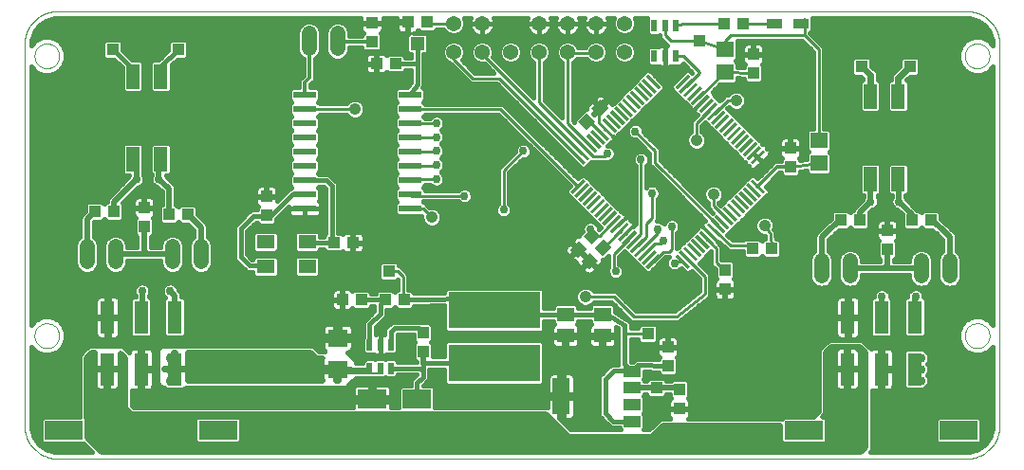
<source format=gtl>
G75*
G70*
%OFA0B0*%
%FSLAX24Y24*%
%IPPOS*%
%LPD*%
%AMOC8*
5,1,8,0,0,1.08239X$1,22.5*
%
%ADD10C,0.0000*%
%ADD11R,0.0118X0.0630*%
%ADD12R,0.0394X0.0433*%
%ADD13C,0.0540*%
%ADD14R,0.0591X0.0551*%
%ADD15R,0.0433X0.0394*%
%ADD16R,0.0236X0.0413*%
%ADD17R,0.0551X0.0354*%
%ADD18R,0.0630X0.0492*%
%ADD19C,0.0540*%
%ADD20R,0.0472X0.0870*%
%ADD21R,0.0787X0.0236*%
%ADD22R,0.0500X0.1150*%
%ADD23R,0.1350X0.0650*%
%ADD24R,0.0591X0.0394*%
%ADD25R,0.0591X0.1299*%
%ADD26R,0.0197X0.0394*%
%ADD27R,0.0709X0.0630*%
%ADD28R,0.0591X0.0512*%
%ADD29R,0.3228X0.1299*%
%ADD30R,0.0984X0.0669*%
%ADD31C,0.0160*%
%ADD32R,0.0472X0.0472*%
%ADD33R,0.0416X0.0416*%
%ADD34C,0.0100*%
%ADD35C,0.0098*%
%ADD36C,0.0297*%
%ADD37C,0.0200*%
%ADD38C,0.0416*%
%ADD39C,0.0120*%
%ADD40C,0.0240*%
%ADD41C,0.0197*%
%ADD42C,0.0060*%
D10*
X026507Y002683D02*
X026507Y016069D01*
X026861Y015675D02*
X026863Y015716D01*
X026869Y015757D01*
X026879Y015797D01*
X026892Y015836D01*
X026909Y015873D01*
X026930Y015909D01*
X026954Y015943D01*
X026981Y015974D01*
X027010Y016002D01*
X027043Y016028D01*
X027077Y016050D01*
X027114Y016069D01*
X027152Y016084D01*
X027192Y016096D01*
X027232Y016104D01*
X027273Y016108D01*
X027315Y016108D01*
X027356Y016104D01*
X027396Y016096D01*
X027436Y016084D01*
X027474Y016069D01*
X027510Y016050D01*
X027545Y016028D01*
X027578Y016002D01*
X027607Y015974D01*
X027634Y015943D01*
X027658Y015909D01*
X027679Y015873D01*
X027696Y015836D01*
X027709Y015797D01*
X027719Y015757D01*
X027725Y015716D01*
X027727Y015675D01*
X027725Y015634D01*
X027719Y015593D01*
X027709Y015553D01*
X027696Y015514D01*
X027679Y015477D01*
X027658Y015441D01*
X027634Y015407D01*
X027607Y015376D01*
X027578Y015348D01*
X027545Y015322D01*
X027511Y015300D01*
X027474Y015281D01*
X027436Y015266D01*
X027396Y015254D01*
X027356Y015246D01*
X027315Y015242D01*
X027273Y015242D01*
X027232Y015246D01*
X027192Y015254D01*
X027152Y015266D01*
X027114Y015281D01*
X027078Y015300D01*
X027043Y015322D01*
X027010Y015348D01*
X026981Y015376D01*
X026954Y015407D01*
X026930Y015441D01*
X026909Y015477D01*
X026892Y015514D01*
X026879Y015553D01*
X026869Y015593D01*
X026863Y015634D01*
X026861Y015675D01*
X026507Y016069D02*
X026509Y016135D01*
X026514Y016201D01*
X026524Y016267D01*
X026537Y016332D01*
X026553Y016396D01*
X026573Y016459D01*
X026597Y016521D01*
X026624Y016581D01*
X026654Y016640D01*
X026688Y016697D01*
X026725Y016752D01*
X026765Y016805D01*
X026807Y016856D01*
X026853Y016904D01*
X026901Y016950D01*
X026952Y016992D01*
X027005Y017032D01*
X027060Y017069D01*
X027117Y017103D01*
X027176Y017133D01*
X027236Y017160D01*
X027298Y017184D01*
X027361Y017204D01*
X027425Y017220D01*
X027490Y017233D01*
X027556Y017243D01*
X027622Y017248D01*
X027688Y017250D01*
X059578Y017250D01*
X059644Y017248D01*
X059710Y017243D01*
X059776Y017233D01*
X059841Y017220D01*
X059905Y017204D01*
X059968Y017184D01*
X060030Y017160D01*
X060090Y017133D01*
X060149Y017103D01*
X060206Y017069D01*
X060261Y017032D01*
X060314Y016992D01*
X060365Y016950D01*
X060413Y016904D01*
X060459Y016856D01*
X060501Y016805D01*
X060541Y016752D01*
X060578Y016697D01*
X060612Y016640D01*
X060642Y016581D01*
X060669Y016521D01*
X060693Y016459D01*
X060713Y016396D01*
X060729Y016332D01*
X060742Y016267D01*
X060752Y016201D01*
X060757Y016135D01*
X060759Y016069D01*
X060759Y002683D01*
X060757Y002617D01*
X060752Y002551D01*
X060742Y002485D01*
X060729Y002420D01*
X060713Y002356D01*
X060693Y002293D01*
X060669Y002231D01*
X060642Y002171D01*
X060612Y002112D01*
X060578Y002055D01*
X060541Y002000D01*
X060501Y001947D01*
X060459Y001896D01*
X060413Y001848D01*
X060365Y001802D01*
X060314Y001760D01*
X060261Y001720D01*
X060206Y001683D01*
X060149Y001649D01*
X060090Y001619D01*
X060030Y001592D01*
X059968Y001568D01*
X059905Y001548D01*
X059841Y001532D01*
X059776Y001519D01*
X059710Y001509D01*
X059644Y001504D01*
X059578Y001502D01*
X027688Y001502D01*
X027622Y001504D01*
X027556Y001509D01*
X027490Y001519D01*
X027425Y001532D01*
X027361Y001548D01*
X027298Y001568D01*
X027236Y001592D01*
X027176Y001619D01*
X027117Y001649D01*
X027060Y001683D01*
X027005Y001720D01*
X026952Y001760D01*
X026901Y001802D01*
X026853Y001848D01*
X026807Y001896D01*
X026765Y001947D01*
X026725Y002000D01*
X026688Y002055D01*
X026654Y002112D01*
X026624Y002171D01*
X026597Y002231D01*
X026573Y002293D01*
X026553Y002356D01*
X026537Y002420D01*
X026524Y002485D01*
X026514Y002551D01*
X026509Y002617D01*
X026507Y002683D01*
X026861Y005832D02*
X026863Y005873D01*
X026869Y005914D01*
X026879Y005954D01*
X026892Y005993D01*
X026909Y006030D01*
X026930Y006066D01*
X026954Y006100D01*
X026981Y006131D01*
X027010Y006159D01*
X027043Y006185D01*
X027077Y006207D01*
X027114Y006226D01*
X027152Y006241D01*
X027192Y006253D01*
X027232Y006261D01*
X027273Y006265D01*
X027315Y006265D01*
X027356Y006261D01*
X027396Y006253D01*
X027436Y006241D01*
X027474Y006226D01*
X027510Y006207D01*
X027545Y006185D01*
X027578Y006159D01*
X027607Y006131D01*
X027634Y006100D01*
X027658Y006066D01*
X027679Y006030D01*
X027696Y005993D01*
X027709Y005954D01*
X027719Y005914D01*
X027725Y005873D01*
X027727Y005832D01*
X027725Y005791D01*
X027719Y005750D01*
X027709Y005710D01*
X027696Y005671D01*
X027679Y005634D01*
X027658Y005598D01*
X027634Y005564D01*
X027607Y005533D01*
X027578Y005505D01*
X027545Y005479D01*
X027511Y005457D01*
X027474Y005438D01*
X027436Y005423D01*
X027396Y005411D01*
X027356Y005403D01*
X027315Y005399D01*
X027273Y005399D01*
X027232Y005403D01*
X027192Y005411D01*
X027152Y005423D01*
X027114Y005438D01*
X027078Y005457D01*
X027043Y005479D01*
X027010Y005505D01*
X026981Y005533D01*
X026954Y005564D01*
X026930Y005598D01*
X026909Y005634D01*
X026892Y005671D01*
X026879Y005710D01*
X026869Y005750D01*
X026863Y005791D01*
X026861Y005832D01*
X059539Y005832D02*
X059541Y005873D01*
X059547Y005914D01*
X059557Y005954D01*
X059570Y005993D01*
X059587Y006030D01*
X059608Y006066D01*
X059632Y006100D01*
X059659Y006131D01*
X059688Y006159D01*
X059721Y006185D01*
X059755Y006207D01*
X059792Y006226D01*
X059830Y006241D01*
X059870Y006253D01*
X059910Y006261D01*
X059951Y006265D01*
X059993Y006265D01*
X060034Y006261D01*
X060074Y006253D01*
X060114Y006241D01*
X060152Y006226D01*
X060188Y006207D01*
X060223Y006185D01*
X060256Y006159D01*
X060285Y006131D01*
X060312Y006100D01*
X060336Y006066D01*
X060357Y006030D01*
X060374Y005993D01*
X060387Y005954D01*
X060397Y005914D01*
X060403Y005873D01*
X060405Y005832D01*
X060403Y005791D01*
X060397Y005750D01*
X060387Y005710D01*
X060374Y005671D01*
X060357Y005634D01*
X060336Y005598D01*
X060312Y005564D01*
X060285Y005533D01*
X060256Y005505D01*
X060223Y005479D01*
X060189Y005457D01*
X060152Y005438D01*
X060114Y005423D01*
X060074Y005411D01*
X060034Y005403D01*
X059993Y005399D01*
X059951Y005399D01*
X059910Y005403D01*
X059870Y005411D01*
X059830Y005423D01*
X059792Y005438D01*
X059756Y005457D01*
X059721Y005479D01*
X059688Y005505D01*
X059659Y005533D01*
X059632Y005564D01*
X059608Y005598D01*
X059587Y005634D01*
X059570Y005671D01*
X059557Y005710D01*
X059547Y005750D01*
X059541Y005791D01*
X059539Y005832D01*
X059539Y015675D02*
X059541Y015716D01*
X059547Y015757D01*
X059557Y015797D01*
X059570Y015836D01*
X059587Y015873D01*
X059608Y015909D01*
X059632Y015943D01*
X059659Y015974D01*
X059688Y016002D01*
X059721Y016028D01*
X059755Y016050D01*
X059792Y016069D01*
X059830Y016084D01*
X059870Y016096D01*
X059910Y016104D01*
X059951Y016108D01*
X059993Y016108D01*
X060034Y016104D01*
X060074Y016096D01*
X060114Y016084D01*
X060152Y016069D01*
X060188Y016050D01*
X060223Y016028D01*
X060256Y016002D01*
X060285Y015974D01*
X060312Y015943D01*
X060336Y015909D01*
X060357Y015873D01*
X060374Y015836D01*
X060387Y015797D01*
X060397Y015757D01*
X060403Y015716D01*
X060405Y015675D01*
X060403Y015634D01*
X060397Y015593D01*
X060387Y015553D01*
X060374Y015514D01*
X060357Y015477D01*
X060336Y015441D01*
X060312Y015407D01*
X060285Y015376D01*
X060256Y015348D01*
X060223Y015322D01*
X060189Y015300D01*
X060152Y015281D01*
X060114Y015266D01*
X060074Y015254D01*
X060034Y015246D01*
X059993Y015242D01*
X059951Y015242D01*
X059910Y015246D01*
X059870Y015254D01*
X059830Y015266D01*
X059792Y015281D01*
X059756Y015300D01*
X059721Y015322D01*
X059688Y015348D01*
X059659Y015376D01*
X059632Y015407D01*
X059608Y015441D01*
X059587Y015477D01*
X059570Y015514D01*
X059557Y015553D01*
X059547Y015593D01*
X059541Y015634D01*
X059539Y015675D01*
D11*
G36*
X052309Y012520D02*
X052392Y012437D01*
X051947Y011992D01*
X051864Y012075D01*
X052309Y012520D01*
G37*
G36*
X052169Y012659D02*
X052252Y012576D01*
X051807Y012131D01*
X051724Y012214D01*
X052169Y012659D01*
G37*
G36*
X052030Y012798D02*
X052113Y012715D01*
X051668Y012270D01*
X051585Y012353D01*
X052030Y012798D01*
G37*
G36*
X051891Y012938D02*
X051974Y012855D01*
X051529Y012410D01*
X051446Y012493D01*
X051891Y012938D01*
G37*
G36*
X051752Y013077D02*
X051835Y012994D01*
X051390Y012549D01*
X051307Y012632D01*
X051752Y013077D01*
G37*
G36*
X051613Y013216D02*
X051696Y013133D01*
X051251Y012688D01*
X051168Y012771D01*
X051613Y013216D01*
G37*
G36*
X051473Y013355D02*
X051556Y013272D01*
X051111Y012827D01*
X051028Y012910D01*
X051473Y013355D01*
G37*
G36*
X051334Y013494D02*
X051417Y013411D01*
X050972Y012966D01*
X050889Y013049D01*
X051334Y013494D01*
G37*
G36*
X051195Y013633D02*
X051278Y013550D01*
X050833Y013105D01*
X050750Y013188D01*
X051195Y013633D01*
G37*
G36*
X051056Y013773D02*
X051139Y013690D01*
X050694Y013245D01*
X050611Y013328D01*
X051056Y013773D01*
G37*
G36*
X050917Y013912D02*
X051000Y013829D01*
X050555Y013384D01*
X050472Y013467D01*
X050917Y013912D01*
G37*
G36*
X050777Y014051D02*
X050860Y013968D01*
X050415Y013523D01*
X050332Y013606D01*
X050777Y014051D01*
G37*
G36*
X050638Y014190D02*
X050721Y014107D01*
X050276Y013662D01*
X050193Y013745D01*
X050638Y014190D01*
G37*
G36*
X050499Y014329D02*
X050582Y014246D01*
X050137Y013801D01*
X050054Y013884D01*
X050499Y014329D01*
G37*
G36*
X050360Y014469D02*
X050443Y014386D01*
X049998Y013941D01*
X049915Y014024D01*
X050360Y014469D01*
G37*
G36*
X050221Y014608D02*
X050304Y014525D01*
X049859Y014080D01*
X049776Y014163D01*
X050221Y014608D01*
G37*
G36*
X050081Y014747D02*
X050164Y014664D01*
X049719Y014219D01*
X049636Y014302D01*
X050081Y014747D01*
G37*
G36*
X049942Y014886D02*
X050025Y014803D01*
X049580Y014358D01*
X049497Y014441D01*
X049942Y014886D01*
G37*
G36*
X049803Y015025D02*
X049886Y014942D01*
X049441Y014497D01*
X049358Y014580D01*
X049803Y015025D01*
G37*
G36*
X048328Y014942D02*
X048411Y015025D01*
X048856Y014580D01*
X048773Y014497D01*
X048328Y014942D01*
G37*
G36*
X048189Y014803D02*
X048272Y014886D01*
X048717Y014441D01*
X048634Y014358D01*
X048189Y014803D01*
G37*
G36*
X048050Y014664D02*
X048133Y014747D01*
X048578Y014302D01*
X048495Y014219D01*
X048050Y014664D01*
G37*
G36*
X047910Y014525D02*
X047993Y014608D01*
X048438Y014163D01*
X048355Y014080D01*
X047910Y014525D01*
G37*
G36*
X047771Y014386D02*
X047854Y014469D01*
X048299Y014024D01*
X048216Y013941D01*
X047771Y014386D01*
G37*
G36*
X047632Y014246D02*
X047715Y014329D01*
X048160Y013884D01*
X048077Y013801D01*
X047632Y014246D01*
G37*
G36*
X047493Y014107D02*
X047576Y014190D01*
X048021Y013745D01*
X047938Y013662D01*
X047493Y014107D01*
G37*
G36*
X047354Y013968D02*
X047437Y014051D01*
X047882Y013606D01*
X047799Y013523D01*
X047354Y013968D01*
G37*
G36*
X047215Y013829D02*
X047298Y013912D01*
X047743Y013467D01*
X047660Y013384D01*
X047215Y013829D01*
G37*
G36*
X047075Y013690D02*
X047158Y013773D01*
X047603Y013328D01*
X047520Y013245D01*
X047075Y013690D01*
G37*
G36*
X046936Y013550D02*
X047019Y013633D01*
X047464Y013188D01*
X047381Y013105D01*
X046936Y013550D01*
G37*
G36*
X046797Y013411D02*
X046880Y013494D01*
X047325Y013049D01*
X047242Y012966D01*
X046797Y013411D01*
G37*
G36*
X046658Y013272D02*
X046741Y013355D01*
X047186Y012910D01*
X047103Y012827D01*
X046658Y013272D01*
G37*
G36*
X046519Y013133D02*
X046602Y013216D01*
X047047Y012771D01*
X046964Y012688D01*
X046519Y013133D01*
G37*
G36*
X046379Y012994D02*
X046462Y013077D01*
X046907Y012632D01*
X046824Y012549D01*
X046379Y012994D01*
G37*
G36*
X046240Y012855D02*
X046323Y012938D01*
X046768Y012493D01*
X046685Y012410D01*
X046240Y012855D01*
G37*
G36*
X046101Y012715D02*
X046184Y012798D01*
X046629Y012353D01*
X046546Y012270D01*
X046101Y012715D01*
G37*
G36*
X045962Y012576D02*
X046045Y012659D01*
X046490Y012214D01*
X046407Y012131D01*
X045962Y012576D01*
G37*
G36*
X045823Y012437D02*
X045906Y012520D01*
X046351Y012075D01*
X046268Y011992D01*
X045823Y012437D01*
G37*
G36*
X045683Y012298D02*
X045766Y012381D01*
X046211Y011936D01*
X046128Y011853D01*
X045683Y012298D01*
G37*
G36*
X045766Y010823D02*
X045683Y010906D01*
X046128Y011351D01*
X046211Y011268D01*
X045766Y010823D01*
G37*
G36*
X045906Y010683D02*
X045823Y010766D01*
X046268Y011211D01*
X046351Y011128D01*
X045906Y010683D01*
G37*
G36*
X046045Y010544D02*
X045962Y010627D01*
X046407Y011072D01*
X046490Y010989D01*
X046045Y010544D01*
G37*
G36*
X046184Y010405D02*
X046101Y010488D01*
X046546Y010933D01*
X046629Y010850D01*
X046184Y010405D01*
G37*
G36*
X046323Y010266D02*
X046240Y010349D01*
X046685Y010794D01*
X046768Y010711D01*
X046323Y010266D01*
G37*
G36*
X046462Y010127D02*
X046379Y010210D01*
X046824Y010655D01*
X046907Y010572D01*
X046462Y010127D01*
G37*
G36*
X046602Y009988D02*
X046519Y010071D01*
X046964Y010516D01*
X047047Y010433D01*
X046602Y009988D01*
G37*
G36*
X046741Y009848D02*
X046658Y009931D01*
X047103Y010376D01*
X047186Y010293D01*
X046741Y009848D01*
G37*
G36*
X046880Y009709D02*
X046797Y009792D01*
X047242Y010237D01*
X047325Y010154D01*
X046880Y009709D01*
G37*
G36*
X047019Y009570D02*
X046936Y009653D01*
X047381Y010098D01*
X047464Y010015D01*
X047019Y009570D01*
G37*
G36*
X047158Y009431D02*
X047075Y009514D01*
X047520Y009959D01*
X047603Y009876D01*
X047158Y009431D01*
G37*
G36*
X047298Y009292D02*
X047215Y009375D01*
X047660Y009820D01*
X047743Y009737D01*
X047298Y009292D01*
G37*
G36*
X047437Y009152D02*
X047354Y009235D01*
X047799Y009680D01*
X047882Y009597D01*
X047437Y009152D01*
G37*
G36*
X047576Y009013D02*
X047493Y009096D01*
X047938Y009541D01*
X048021Y009458D01*
X047576Y009013D01*
G37*
G36*
X047715Y008874D02*
X047632Y008957D01*
X048077Y009402D01*
X048160Y009319D01*
X047715Y008874D01*
G37*
G36*
X047854Y008735D02*
X047771Y008818D01*
X048216Y009263D01*
X048299Y009180D01*
X047854Y008735D01*
G37*
G36*
X047993Y008596D02*
X047910Y008679D01*
X048355Y009124D01*
X048438Y009041D01*
X047993Y008596D01*
G37*
G36*
X048133Y008456D02*
X048050Y008539D01*
X048495Y008984D01*
X048578Y008901D01*
X048133Y008456D01*
G37*
G36*
X048272Y008317D02*
X048189Y008400D01*
X048634Y008845D01*
X048717Y008762D01*
X048272Y008317D01*
G37*
G36*
X048411Y008178D02*
X048328Y008261D01*
X048773Y008706D01*
X048856Y008623D01*
X048411Y008178D01*
G37*
G36*
X049886Y008261D02*
X049803Y008178D01*
X049358Y008623D01*
X049441Y008706D01*
X049886Y008261D01*
G37*
G36*
X050025Y008400D02*
X049942Y008317D01*
X049497Y008762D01*
X049580Y008845D01*
X050025Y008400D01*
G37*
G36*
X050164Y008539D02*
X050081Y008456D01*
X049636Y008901D01*
X049719Y008984D01*
X050164Y008539D01*
G37*
G36*
X050304Y008679D02*
X050221Y008596D01*
X049776Y009041D01*
X049859Y009124D01*
X050304Y008679D01*
G37*
G36*
X050443Y008818D02*
X050360Y008735D01*
X049915Y009180D01*
X049998Y009263D01*
X050443Y008818D01*
G37*
G36*
X050582Y008957D02*
X050499Y008874D01*
X050054Y009319D01*
X050137Y009402D01*
X050582Y008957D01*
G37*
G36*
X050721Y009096D02*
X050638Y009013D01*
X050193Y009458D01*
X050276Y009541D01*
X050721Y009096D01*
G37*
G36*
X050860Y009235D02*
X050777Y009152D01*
X050332Y009597D01*
X050415Y009680D01*
X050860Y009235D01*
G37*
G36*
X051000Y009375D02*
X050917Y009292D01*
X050472Y009737D01*
X050555Y009820D01*
X051000Y009375D01*
G37*
G36*
X051139Y009514D02*
X051056Y009431D01*
X050611Y009876D01*
X050694Y009959D01*
X051139Y009514D01*
G37*
G36*
X051278Y009653D02*
X051195Y009570D01*
X050750Y010015D01*
X050833Y010098D01*
X051278Y009653D01*
G37*
G36*
X051417Y009792D02*
X051334Y009709D01*
X050889Y010154D01*
X050972Y010237D01*
X051417Y009792D01*
G37*
G36*
X051556Y009931D02*
X051473Y009848D01*
X051028Y010293D01*
X051111Y010376D01*
X051556Y009931D01*
G37*
G36*
X051696Y010071D02*
X051613Y009988D01*
X051168Y010433D01*
X051251Y010516D01*
X051696Y010071D01*
G37*
G36*
X051835Y010210D02*
X051752Y010127D01*
X051307Y010572D01*
X051390Y010655D01*
X051835Y010210D01*
G37*
G36*
X051974Y010349D02*
X051891Y010266D01*
X051446Y010711D01*
X051529Y010794D01*
X051974Y010349D01*
G37*
G36*
X052113Y010488D02*
X052030Y010405D01*
X051585Y010850D01*
X051668Y010933D01*
X052113Y010488D01*
G37*
G36*
X052252Y010627D02*
X052169Y010544D01*
X051724Y010989D01*
X051807Y011072D01*
X052252Y010627D01*
G37*
G36*
X052392Y010766D02*
X052309Y010683D01*
X051864Y011128D01*
X051947Y011211D01*
X052392Y010766D01*
G37*
G36*
X052531Y010906D02*
X052448Y010823D01*
X052003Y011268D01*
X052086Y011351D01*
X052531Y010906D01*
G37*
G36*
X052448Y012381D02*
X052531Y012298D01*
X052086Y011853D01*
X052003Y011936D01*
X052448Y012381D01*
G37*
D12*
X053407Y012436D03*
X053407Y011767D03*
X055172Y009902D03*
X055842Y009902D03*
X056807Y009536D03*
X057672Y009902D03*
X058342Y009902D03*
X056807Y008867D03*
X052742Y008902D03*
X052072Y008902D03*
X051107Y008136D03*
X051107Y007467D03*
X049107Y005436D03*
X049107Y004767D03*
X049507Y003936D03*
X049507Y003267D03*
X040507Y005267D03*
X040507Y005936D03*
X039842Y007102D03*
X039172Y007102D03*
X038342Y007102D03*
X037672Y007102D03*
X035007Y010067D03*
X035007Y010736D03*
X032242Y010102D03*
X031572Y010102D03*
X030707Y010336D03*
X029642Y010202D03*
X028972Y010202D03*
X030707Y009667D03*
X039972Y016874D03*
X040642Y016874D03*
X051072Y016805D03*
X051742Y016805D03*
X052107Y015736D03*
X052107Y015067D03*
D13*
X047584Y015807D03*
X046584Y015807D03*
X045584Y015807D03*
X044584Y015807D03*
X043584Y015807D03*
X042584Y015807D03*
X041584Y015807D03*
X041584Y016807D03*
X042584Y016807D03*
X044584Y016807D03*
X045584Y016807D03*
X046584Y016807D03*
X047584Y016807D03*
D14*
X051107Y015905D03*
X051107Y015098D03*
X054407Y012705D03*
X054407Y011898D03*
D15*
G36*
X047016Y013858D02*
X046711Y013553D01*
X046432Y013832D01*
X046737Y014137D01*
X047016Y013858D01*
G37*
G36*
X046543Y013384D02*
X046238Y013079D01*
X045959Y013358D01*
X046264Y013663D01*
X046543Y013384D01*
G37*
X039542Y015402D03*
X038872Y015402D03*
X038707Y016167D03*
X038707Y016836D03*
G36*
X046141Y009327D02*
X046446Y009632D01*
X046725Y009353D01*
X046420Y009048D01*
X046141Y009327D01*
G37*
G36*
X045667Y008854D02*
X045972Y009159D01*
X046251Y008880D01*
X045946Y008575D01*
X045667Y008854D01*
G37*
G36*
X046063Y008447D02*
X046368Y008752D01*
X046647Y008473D01*
X046342Y008168D01*
X046063Y008447D01*
G37*
G36*
X046536Y008921D02*
X046841Y009226D01*
X047120Y008947D01*
X046815Y008642D01*
X046536Y008921D01*
G37*
X038042Y009102D03*
X037372Y009102D03*
D16*
X048633Y015670D03*
X049007Y015670D03*
X049381Y015670D03*
X049381Y016733D03*
X049007Y016733D03*
X048633Y016733D03*
D17*
X052836Y016805D03*
X053781Y016805D03*
D18*
X036435Y009135D03*
X034979Y009135D03*
X034979Y008269D03*
X036435Y008269D03*
D19*
X032707Y008432D02*
X032707Y008972D01*
X031707Y008972D02*
X031707Y008432D01*
X029707Y008432D02*
X029707Y008972D01*
X028707Y008972D02*
X028707Y008432D01*
X036507Y015932D02*
X036507Y016472D01*
X037507Y016472D02*
X037507Y015932D01*
X054507Y008472D02*
X054507Y007932D01*
X055507Y007932D02*
X055507Y008472D01*
X058007Y008472D02*
X058007Y007932D01*
X059007Y007932D02*
X059007Y008472D01*
D20*
X057199Y011345D03*
X056215Y011345D03*
X056215Y014258D03*
X057199Y014258D03*
X031299Y014958D03*
X030315Y014958D03*
X030315Y012045D03*
X031299Y012045D03*
D21*
X036357Y011802D03*
X036357Y012302D03*
X036357Y012802D03*
X036357Y013302D03*
X036357Y013802D03*
X036357Y014302D03*
X040057Y014302D03*
X040057Y013802D03*
X040057Y013302D03*
X040057Y012802D03*
X040057Y012302D03*
X040057Y011802D03*
X040057Y011302D03*
X040057Y010802D03*
X040057Y010302D03*
X036357Y010302D03*
X036357Y010802D03*
X036357Y011302D03*
D22*
X031788Y006478D03*
X030607Y006478D03*
X029426Y006478D03*
X029426Y004655D03*
X030607Y004655D03*
X031788Y004655D03*
X055426Y004655D03*
X056607Y004655D03*
X057788Y004655D03*
X057788Y006478D03*
X056607Y006478D03*
X055426Y006478D03*
D23*
X053897Y002502D03*
X059317Y002502D03*
X033317Y002502D03*
X027897Y002502D03*
D24*
X047847Y002816D03*
X047847Y003406D03*
X047847Y003997D03*
X047847Y004588D03*
D25*
X045367Y003702D03*
D26*
X039381Y004688D03*
X039007Y004688D03*
X038633Y004688D03*
X038633Y005515D03*
X039007Y005515D03*
X039381Y005515D03*
D27*
X037507Y005753D03*
X037507Y004651D03*
D28*
X045507Y005828D03*
X046807Y005828D03*
X046807Y006576D03*
X045507Y006576D03*
D29*
X043007Y006727D03*
X043007Y004877D03*
D30*
X040294Y003602D03*
X038720Y003602D03*
D31*
X038800Y003563D02*
X039662Y003563D01*
X039662Y003721D02*
X039392Y003721D01*
X039392Y003682D02*
X039392Y003960D01*
X039379Y004006D01*
X039356Y004047D01*
X039322Y004080D01*
X039281Y004104D01*
X039236Y004116D01*
X038800Y004116D01*
X038800Y003682D01*
X038640Y003682D01*
X038640Y004116D01*
X038204Y004116D01*
X038158Y004104D01*
X038117Y004080D01*
X038084Y004047D01*
X038060Y004006D01*
X038048Y003960D01*
X038048Y003682D01*
X038640Y003682D01*
X038640Y003522D01*
X038048Y003522D01*
X038048Y003315D01*
X030346Y003315D01*
X030289Y003372D01*
X030289Y003912D01*
X030333Y003900D01*
X030562Y003900D01*
X030562Y004610D01*
X030652Y004610D01*
X030652Y003900D01*
X030881Y003900D01*
X030927Y003913D01*
X030968Y003936D01*
X031001Y003970D01*
X031025Y004011D01*
X031037Y004057D01*
X031037Y004610D01*
X030652Y004610D01*
X030652Y004700D01*
X031037Y004700D01*
X031037Y005254D01*
X031025Y005300D01*
X031001Y005341D01*
X030968Y005374D01*
X030927Y005398D01*
X030881Y005410D01*
X030652Y005410D01*
X030652Y004701D01*
X030562Y004701D01*
X030562Y005410D01*
X030333Y005410D01*
X030288Y005398D01*
X030247Y005374D01*
X030213Y005341D01*
X030189Y005300D01*
X030177Y005255D01*
X030149Y005283D01*
X029952Y005480D01*
X029755Y005480D01*
X028771Y005480D01*
X028631Y005341D01*
X028434Y005144D01*
X028434Y004946D01*
X028434Y002967D01*
X027164Y002967D01*
X027082Y002885D01*
X027082Y002119D01*
X027164Y002037D01*
X028588Y002037D01*
X028893Y001732D01*
X027688Y001732D01*
X027539Y001743D01*
X027256Y001835D01*
X027016Y002010D01*
X026841Y002251D01*
X026749Y002534D01*
X026737Y002683D01*
X026737Y002760D01*
X026737Y002778D01*
X026737Y005452D01*
X026919Y005270D01*
X027163Y005169D01*
X027426Y005169D01*
X027670Y005270D01*
X027857Y005457D01*
X027958Y005701D01*
X027958Y005964D01*
X027857Y006208D01*
X027670Y006395D01*
X027426Y006495D01*
X027163Y006495D01*
X026919Y006395D01*
X026737Y006213D01*
X026737Y015295D01*
X026919Y015113D01*
X027163Y015012D01*
X027426Y015012D01*
X027670Y015113D01*
X027857Y015299D01*
X027958Y015543D01*
X027958Y015807D01*
X027857Y016051D01*
X027670Y016237D01*
X027426Y016338D01*
X027163Y016338D01*
X026919Y016237D01*
X026737Y016055D01*
X026737Y016069D01*
X026749Y016217D01*
X026841Y016500D01*
X027016Y016741D01*
X027256Y016916D01*
X027539Y017008D01*
X027688Y017020D01*
X027756Y017020D01*
X027783Y017020D01*
X038311Y017020D01*
X038311Y016855D01*
X038688Y016855D01*
X038688Y016818D01*
X038311Y016818D01*
X038311Y016616D01*
X038323Y016570D01*
X038346Y016529D01*
X038380Y016495D01*
X038408Y016479D01*
X038351Y016422D01*
X038351Y016367D01*
X037917Y016367D01*
X037917Y016553D01*
X037855Y016704D01*
X037739Y016819D01*
X037589Y016882D01*
X037426Y016882D01*
X037275Y016819D01*
X037159Y016704D01*
X037097Y016553D01*
X037097Y015850D01*
X037159Y015699D01*
X037275Y015584D01*
X037426Y015522D01*
X037589Y015522D01*
X037739Y015584D01*
X037855Y015699D01*
X037917Y015850D01*
X037917Y015967D01*
X038351Y015967D01*
X038351Y015912D01*
X038433Y015830D01*
X038982Y015830D01*
X039064Y015912D01*
X039064Y016422D01*
X039006Y016479D01*
X039034Y016495D01*
X039068Y016529D01*
X039091Y016570D01*
X039104Y016616D01*
X039104Y016818D01*
X038726Y016818D01*
X038726Y016855D01*
X039104Y016855D01*
X039104Y017020D01*
X039596Y017020D01*
X039596Y016893D01*
X039954Y016893D01*
X039954Y016856D01*
X039596Y016856D01*
X039596Y016634D01*
X039608Y016588D01*
X039632Y016547D01*
X039665Y016514D01*
X039706Y016490D01*
X039752Y016478D01*
X039954Y016478D01*
X039954Y016855D01*
X039991Y016855D01*
X039991Y016478D01*
X040013Y016478D01*
X039931Y016396D01*
X039931Y015807D01*
X040013Y015726D01*
X040087Y015726D01*
X040087Y015622D01*
X039898Y015622D01*
X039898Y015657D01*
X039816Y015739D01*
X039267Y015739D01*
X039235Y015706D01*
X039233Y015709D01*
X039199Y015743D01*
X039158Y015766D01*
X039113Y015779D01*
X038891Y015779D01*
X038891Y015420D01*
X038854Y015420D01*
X038854Y015383D01*
X038891Y015383D01*
X038891Y015025D01*
X039113Y015025D01*
X039158Y015037D01*
X039199Y015061D01*
X039233Y015094D01*
X039235Y015097D01*
X039267Y015065D01*
X039816Y015065D01*
X039898Y015147D01*
X039898Y015182D01*
X040087Y015182D01*
X040087Y014748D01*
X039964Y014560D01*
X039606Y014560D01*
X039524Y014478D01*
X039524Y014126D01*
X039598Y014052D01*
X039524Y013978D01*
X039524Y013626D01*
X039598Y013552D01*
X039524Y013478D01*
X039524Y013126D01*
X039598Y013052D01*
X039524Y012978D01*
X039524Y012626D01*
X039598Y012552D01*
X039524Y012478D01*
X039524Y012126D01*
X039598Y012052D01*
X039524Y011978D01*
X039524Y011626D01*
X039598Y011552D01*
X039524Y011478D01*
X039524Y011126D01*
X039598Y011052D01*
X039524Y010978D01*
X039524Y010626D01*
X039598Y010552D01*
X039524Y010478D01*
X039524Y010126D01*
X039606Y010044D01*
X040459Y010044D01*
X040459Y009933D01*
X040512Y009805D01*
X040610Y009707D01*
X040738Y009654D01*
X040876Y009654D01*
X041004Y009707D01*
X041102Y009805D01*
X041155Y009933D01*
X041155Y010071D01*
X041102Y010199D01*
X041004Y010297D01*
X040876Y010349D01*
X040738Y010349D01*
X040731Y010347D01*
X040586Y010492D01*
X040577Y010492D01*
X040517Y010552D01*
X040530Y010564D01*
X041741Y010564D01*
X041796Y010509D01*
X041902Y010465D01*
X042017Y010465D01*
X042123Y010509D01*
X042205Y010590D01*
X042249Y010696D01*
X042249Y010811D01*
X042205Y010917D01*
X042123Y010998D01*
X042017Y011042D01*
X041902Y011042D01*
X041796Y010998D01*
X041741Y010943D01*
X040591Y010943D01*
X040591Y010978D01*
X040517Y011052D01*
X040591Y011126D01*
X040591Y011155D01*
X040756Y011155D01*
X040812Y011099D01*
X040918Y011056D01*
X041033Y011056D01*
X041139Y011099D01*
X041220Y011181D01*
X041264Y011287D01*
X041264Y011402D01*
X041220Y011508D01*
X041139Y011589D01*
X041136Y011590D01*
X041139Y011592D01*
X041220Y011673D01*
X041264Y011779D01*
X041264Y011894D01*
X041220Y012000D01*
X041139Y012081D01*
X041136Y012082D01*
X041139Y012084D01*
X041220Y012165D01*
X041264Y012271D01*
X041264Y012386D01*
X041220Y012492D01*
X041139Y012573D01*
X041136Y012575D01*
X041139Y012576D01*
X041220Y012657D01*
X041264Y012763D01*
X041264Y012878D01*
X041220Y012984D01*
X041139Y013065D01*
X041136Y013067D01*
X041139Y013068D01*
X041220Y013149D01*
X041264Y013255D01*
X041264Y013370D01*
X041220Y013476D01*
X041139Y013558D01*
X041033Y013601D01*
X040918Y013601D01*
X040812Y013558D01*
X040745Y013491D01*
X040578Y013491D01*
X040517Y013552D01*
X040578Y013613D01*
X043154Y013613D01*
X045673Y011094D01*
X045543Y010964D01*
X045543Y010848D01*
X045682Y010709D01*
X045682Y010709D01*
X045848Y010543D01*
X045960Y010430D01*
X046126Y010265D01*
X046239Y010152D01*
X046378Y010013D01*
X046517Y009873D01*
X046656Y009734D01*
X046745Y009646D01*
X046688Y009589D01*
X046678Y009599D01*
X046678Y009630D01*
X046634Y009736D01*
X046553Y009817D01*
X046446Y009861D01*
X046331Y009861D01*
X046225Y009817D01*
X046144Y009736D01*
X046100Y009630D01*
X046100Y009515D01*
X046109Y009493D01*
X046000Y009384D01*
X046000Y009338D01*
X045997Y009339D01*
X045950Y009339D01*
X045904Y009327D01*
X045863Y009303D01*
X045706Y009146D01*
X045959Y008893D01*
X045933Y008867D01*
X045680Y009120D01*
X045523Y008963D01*
X045499Y008922D01*
X045487Y008876D01*
X045487Y008829D01*
X045499Y008783D01*
X045523Y008742D01*
X045666Y008599D01*
X045933Y008866D01*
X045959Y008840D01*
X045692Y008573D01*
X045835Y008430D01*
X045876Y008407D01*
X045888Y008404D01*
X045895Y008377D01*
X045918Y008336D01*
X046061Y008193D01*
X046328Y008460D01*
X046355Y008434D01*
X046381Y008460D01*
X046634Y008207D01*
X046791Y008364D01*
X046815Y008405D01*
X046827Y008451D01*
X046827Y008498D01*
X046826Y008501D01*
X046872Y008501D01*
X047017Y008646D01*
X047017Y008323D01*
X047018Y008322D01*
X047018Y008230D01*
X046986Y008154D01*
X046986Y008039D01*
X047030Y007933D01*
X047111Y007851D01*
X047217Y007807D01*
X047332Y007807D01*
X047438Y007851D01*
X047520Y007933D01*
X047564Y008039D01*
X047564Y008154D01*
X047520Y008260D01*
X047438Y008341D01*
X047397Y008358D01*
X047397Y008623D01*
X047582Y008808D01*
X047631Y008760D01*
X047770Y008621D01*
X047770Y008621D01*
X047935Y008455D01*
X047936Y008455D01*
X048048Y008342D01*
X048214Y008177D01*
X048353Y008038D01*
X048469Y008038D01*
X048996Y008565D01*
X048996Y008566D01*
X049026Y008596D01*
X049138Y008596D01*
X049097Y008555D01*
X049053Y008449D01*
X049053Y008334D01*
X049097Y008228D01*
X049178Y008147D01*
X049284Y008103D01*
X049399Y008103D01*
X049505Y008147D01*
X049571Y008212D01*
X049745Y008038D01*
X049861Y008038D01*
X049940Y008117D01*
X050217Y007826D01*
X050217Y007393D01*
X049362Y006709D01*
X049353Y006701D01*
X049341Y006701D01*
X049331Y006692D01*
X047986Y006692D01*
X047286Y007392D01*
X047128Y007392D01*
X046505Y007392D01*
X046502Y007399D01*
X046404Y007497D01*
X046276Y007549D01*
X046138Y007549D01*
X046010Y007497D01*
X045912Y007399D01*
X045859Y007271D01*
X045859Y007133D01*
X045912Y007005D01*
X046010Y006907D01*
X046138Y006854D01*
X046276Y006854D01*
X046379Y006896D01*
X046372Y006890D01*
X046372Y006796D01*
X045942Y006796D01*
X045942Y006890D01*
X045860Y006972D01*
X045154Y006972D01*
X045072Y006890D01*
X045072Y006796D01*
X044761Y006796D01*
X044761Y007435D01*
X044679Y007516D01*
X041335Y007516D01*
X041253Y007435D01*
X041253Y007334D01*
X040179Y007325D01*
X040179Y007376D01*
X040097Y007458D01*
X039997Y007458D01*
X039997Y007980D01*
X039886Y008092D01*
X039686Y008292D01*
X039655Y008292D01*
X039655Y008368D01*
X039573Y008449D01*
X039041Y008449D01*
X038959Y008368D01*
X038959Y007836D01*
X039041Y007754D01*
X039573Y007754D01*
X039617Y007798D01*
X039617Y007458D01*
X039587Y007458D01*
X039507Y007378D01*
X039427Y007458D01*
X038918Y007458D01*
X038836Y007376D01*
X038836Y007322D01*
X038679Y007322D01*
X038679Y007376D01*
X038597Y007458D01*
X038087Y007458D01*
X038029Y007401D01*
X038013Y007429D01*
X037980Y007462D01*
X037939Y007486D01*
X037893Y007498D01*
X037691Y007498D01*
X037691Y007120D01*
X037654Y007120D01*
X037654Y007083D01*
X037691Y007083D01*
X037691Y006705D01*
X037893Y006705D01*
X037939Y006717D01*
X037980Y006741D01*
X038013Y006775D01*
X038029Y006803D01*
X038087Y006745D01*
X038597Y006745D01*
X038679Y006827D01*
X038679Y006882D01*
X038787Y006882D01*
X038787Y006845D01*
X038787Y006693D01*
X038413Y006319D01*
X038413Y006137D01*
X038413Y005788D01*
X038395Y005770D01*
X038395Y005260D01*
X038477Y005178D01*
X038789Y005178D01*
X038792Y005181D01*
X038798Y005174D01*
X038839Y005151D01*
X038885Y005138D01*
X039007Y005138D01*
X039007Y005515D01*
X039007Y005515D01*
X039007Y005138D01*
X039129Y005138D01*
X039175Y005151D01*
X039216Y005174D01*
X039222Y005181D01*
X039225Y005178D01*
X039538Y005178D01*
X039619Y005260D01*
X039619Y005770D01*
X039601Y005788D01*
X039601Y005882D01*
X040170Y005882D01*
X040170Y005662D01*
X040230Y005602D01*
X040170Y005542D01*
X040170Y004993D01*
X040252Y004911D01*
X040278Y004911D01*
X040278Y004908D01*
X039619Y004908D01*
X039619Y004943D01*
X039538Y005025D01*
X039225Y005025D01*
X039194Y004995D01*
X039164Y005025D01*
X038851Y005025D01*
X038820Y004995D01*
X038789Y005025D01*
X038477Y005025D01*
X038395Y004943D01*
X038395Y004859D01*
X038163Y004868D01*
X038163Y004947D01*
X038023Y005087D01*
X037852Y005258D01*
X037885Y005258D01*
X037931Y005270D01*
X037972Y005294D01*
X038005Y005327D01*
X038029Y005368D01*
X038041Y005414D01*
X038041Y005675D01*
X037585Y005675D01*
X037585Y005830D01*
X038041Y005830D01*
X038041Y006092D01*
X038029Y006137D01*
X038005Y006178D01*
X037972Y006212D01*
X037931Y006236D01*
X037885Y006248D01*
X037585Y006248D01*
X037585Y005831D01*
X037430Y005831D01*
X037430Y006248D01*
X037129Y006248D01*
X037083Y006236D01*
X037042Y006212D01*
X037009Y006178D01*
X036985Y006137D01*
X036973Y006092D01*
X036973Y005830D01*
X037429Y005830D01*
X037429Y005675D01*
X036973Y005675D01*
X036973Y005414D01*
X036985Y005368D01*
X037009Y005327D01*
X037042Y005294D01*
X037060Y005283D01*
X036842Y005283D01*
X036645Y005480D01*
X036448Y005480D01*
X031527Y005480D01*
X031330Y005480D01*
X031190Y005341D01*
X031190Y004159D01*
X031330Y004019D01*
X031401Y004019D01*
X031480Y003940D01*
X032096Y003940D01*
X032175Y004019D01*
X037826Y004019D01*
X037966Y004159D01*
X038139Y004332D01*
X038937Y004332D01*
X039077Y004332D01*
X039097Y004351D01*
X039164Y004351D01*
X039194Y004382D01*
X039225Y004351D01*
X039538Y004351D01*
X039619Y004433D01*
X039619Y004468D01*
X040275Y004468D01*
X040074Y004268D01*
X040074Y004085D01*
X040074Y004076D01*
X039744Y004076D01*
X039662Y003994D01*
X039662Y003315D01*
X039392Y003315D01*
X039392Y003522D01*
X038800Y003522D01*
X038800Y003682D01*
X039392Y003682D01*
X039392Y003880D02*
X039662Y003880D01*
X039706Y004038D02*
X039361Y004038D01*
X039221Y004356D02*
X039167Y004356D01*
X039542Y004356D02*
X040162Y004356D01*
X040074Y004197D02*
X038004Y004197D01*
X038079Y004038D02*
X037846Y004038D01*
X038048Y003880D02*
X030289Y003880D01*
X030289Y003721D02*
X038048Y003721D01*
X038640Y003721D02*
X038800Y003721D01*
X038800Y003880D02*
X038640Y003880D01*
X038640Y004038D02*
X038800Y004038D01*
X038640Y003563D02*
X030289Y003563D01*
X030289Y003404D02*
X038048Y003404D01*
X039392Y003404D02*
X039662Y003404D01*
X040294Y003602D02*
X040294Y004177D01*
X040507Y004389D01*
X040507Y004602D01*
X040420Y004688D01*
X039381Y004688D01*
X039573Y004990D02*
X040173Y004990D01*
X040170Y005148D02*
X039166Y005148D01*
X039007Y005148D02*
X039007Y005148D01*
X039007Y005307D02*
X039007Y005307D01*
X039007Y005465D02*
X039007Y005465D01*
X039007Y005516D02*
X039007Y005892D01*
X038885Y005892D01*
X038853Y005883D01*
X038853Y006137D01*
X039098Y006382D01*
X039227Y006511D01*
X039227Y006745D01*
X039427Y006745D01*
X039507Y006825D01*
X039587Y006745D01*
X040097Y006745D01*
X040179Y006827D01*
X040179Y006885D01*
X041253Y006894D01*
X041253Y006019D01*
X041335Y005937D01*
X044679Y005937D01*
X044761Y006019D01*
X044761Y006356D01*
X045072Y006356D01*
X045072Y006262D01*
X045104Y006229D01*
X045101Y006228D01*
X045068Y006194D01*
X045044Y006153D01*
X045032Y006107D01*
X045032Y005876D01*
X045459Y005876D01*
X045459Y005780D01*
X045032Y005780D01*
X045032Y005548D01*
X045044Y005502D01*
X045068Y005461D01*
X045101Y005428D01*
X045142Y005404D01*
X045188Y005392D01*
X045459Y005392D01*
X045459Y005779D01*
X045555Y005779D01*
X045555Y005392D01*
X045826Y005392D01*
X045872Y005404D01*
X045913Y005428D01*
X045946Y005461D01*
X045970Y005502D01*
X045982Y005548D01*
X045982Y005780D01*
X045555Y005780D01*
X045555Y005876D01*
X045982Y005876D01*
X045982Y006107D01*
X045970Y006153D01*
X045946Y006194D01*
X045913Y006228D01*
X045910Y006229D01*
X045942Y006262D01*
X045942Y006356D01*
X046372Y006356D01*
X046372Y006262D01*
X046404Y006229D01*
X046401Y006228D01*
X046368Y006194D01*
X046344Y006153D01*
X046332Y006107D01*
X046332Y005876D01*
X046759Y005876D01*
X046759Y005780D01*
X046332Y005780D01*
X046332Y005548D01*
X046344Y005502D01*
X046368Y005461D01*
X046401Y005428D01*
X046442Y005404D01*
X046488Y005392D01*
X046759Y005392D01*
X046759Y005779D01*
X046855Y005779D01*
X046855Y005392D01*
X047126Y005392D01*
X047172Y005404D01*
X047213Y005428D01*
X047246Y005461D01*
X047270Y005502D01*
X047282Y005548D01*
X047282Y005780D01*
X046855Y005780D01*
X046855Y005876D01*
X047282Y005876D01*
X047282Y006107D01*
X047274Y006138D01*
X047367Y006080D01*
X047367Y005993D01*
X047367Y004939D01*
X047367Y004822D01*
X047116Y004822D01*
X046987Y004693D01*
X046687Y004393D01*
X046687Y004211D01*
X046687Y003011D01*
X046816Y002882D01*
X047102Y002596D01*
X047284Y002596D01*
X047412Y002596D01*
X047412Y002561D01*
X047446Y002528D01*
X045700Y002528D01*
X045299Y002929D01*
X045435Y002929D01*
X045435Y002872D02*
X045686Y002872D01*
X045732Y002884D01*
X045773Y002908D01*
X045806Y002942D01*
X045830Y002983D01*
X045842Y003028D01*
X045842Y003634D01*
X045435Y003634D01*
X045435Y003769D01*
X045842Y003769D01*
X045842Y004375D01*
X045830Y004421D01*
X045806Y004462D01*
X045773Y004495D01*
X045732Y004519D01*
X045686Y004531D01*
X045435Y004531D01*
X045435Y003770D01*
X045299Y003770D01*
X045299Y004531D01*
X045048Y004531D01*
X045002Y004519D01*
X044961Y004495D01*
X044928Y004462D01*
X044904Y004421D01*
X044892Y004375D01*
X044892Y003769D01*
X045299Y003769D01*
X045299Y003634D01*
X044892Y003634D01*
X044892Y003315D01*
X040927Y003315D01*
X040927Y003994D01*
X040845Y004076D01*
X040514Y004076D01*
X040514Y004085D01*
X040727Y004298D01*
X040727Y004480D01*
X040727Y004511D01*
X040727Y004657D01*
X041253Y004657D01*
X041253Y004169D01*
X041335Y004087D01*
X044679Y004087D01*
X044761Y004169D01*
X044761Y005584D01*
X044679Y005666D01*
X041335Y005666D01*
X041253Y005584D01*
X041253Y005096D01*
X040844Y005096D01*
X040844Y005542D01*
X040784Y005602D01*
X040844Y005662D01*
X040844Y006211D01*
X040762Y006293D01*
X040462Y006293D01*
X040433Y006322D01*
X040251Y006322D01*
X039416Y006322D01*
X039287Y006193D01*
X039161Y006067D01*
X039161Y005885D01*
X039161Y005883D01*
X039129Y005892D01*
X039007Y005892D01*
X039007Y005516D01*
X039007Y005516D01*
X039007Y005624D02*
X039007Y005624D01*
X039007Y005782D02*
X039007Y005782D01*
X038853Y005941D02*
X039161Y005941D01*
X039194Y006099D02*
X038853Y006099D01*
X038974Y006258D02*
X039352Y006258D01*
X039507Y006102D02*
X040342Y006102D01*
X040507Y005936D01*
X040844Y005941D02*
X041331Y005941D01*
X041253Y006099D02*
X040844Y006099D01*
X040797Y006258D02*
X041253Y006258D01*
X041253Y006417D02*
X039133Y006417D01*
X039227Y006575D02*
X041253Y006575D01*
X041253Y006734D02*
X039227Y006734D01*
X039007Y006602D02*
X039007Y006936D01*
X039172Y007102D01*
X038342Y007102D01*
X038679Y007368D02*
X038836Y007368D01*
X039617Y007526D02*
X031888Y007526D01*
X031870Y007571D02*
X031789Y007652D01*
X031683Y007696D01*
X031568Y007696D01*
X031462Y007652D01*
X031380Y007571D01*
X031336Y007465D01*
X031336Y007350D01*
X031380Y007244D01*
X031456Y007168D01*
X031398Y007111D01*
X031398Y005845D01*
X031480Y005763D01*
X032096Y005763D01*
X032178Y005845D01*
X032178Y007111D01*
X032096Y007193D01*
X032027Y007193D01*
X032027Y007343D01*
X031914Y007456D01*
X031914Y007465D01*
X031870Y007571D01*
X031709Y007685D02*
X039617Y007685D01*
X039997Y007685D02*
X050217Y007685D01*
X050217Y007526D02*
X046332Y007526D01*
X046082Y007526D02*
X039997Y007526D01*
X040179Y007368D02*
X041253Y007368D01*
X041253Y006892D02*
X041037Y006892D01*
X039842Y007102D02*
X042717Y007127D01*
X043007Y006727D01*
X043058Y006576D01*
X045507Y006576D01*
X046807Y006576D01*
X046987Y006576D01*
X047587Y006202D01*
X047587Y005902D01*
X047587Y004847D01*
X047847Y004588D01*
X047833Y004602D01*
X047207Y004602D01*
X046907Y004302D01*
X046907Y003102D01*
X047193Y002816D01*
X047847Y002816D01*
X048282Y002770D02*
X048698Y002770D01*
X048710Y002782D02*
X048456Y002528D01*
X048249Y002528D01*
X048282Y002561D01*
X048282Y003071D01*
X048242Y003111D01*
X048282Y003152D01*
X048282Y003661D01*
X048242Y003702D01*
X048282Y003742D01*
X048282Y003762D01*
X048359Y003762D01*
X048359Y003736D01*
X048441Y003654D01*
X048973Y003654D01*
X049055Y003736D01*
X049055Y003762D01*
X049170Y003762D01*
X049170Y003662D01*
X049203Y003629D01*
X049200Y003628D01*
X049166Y003594D01*
X049143Y003553D01*
X049130Y003507D01*
X049130Y003286D01*
X049488Y003286D01*
X049488Y003249D01*
X049130Y003249D01*
X049130Y003027D01*
X049143Y002981D01*
X049166Y002940D01*
X049185Y002921D01*
X048849Y002921D01*
X048710Y002782D01*
X048540Y002612D02*
X048282Y002612D01*
X048282Y002929D02*
X049178Y002929D01*
X049130Y003087D02*
X048266Y003087D01*
X048282Y003246D02*
X049130Y003246D01*
X049130Y003404D02*
X048282Y003404D01*
X048282Y003563D02*
X049148Y003563D01*
X049170Y003721D02*
X049040Y003721D01*
X049272Y004002D02*
X049507Y003936D01*
X049844Y003880D02*
X054418Y003880D01*
X054418Y004038D02*
X049844Y004038D01*
X049844Y004197D02*
X054418Y004197D01*
X054418Y004356D02*
X048282Y004356D01*
X048282Y004333D02*
X048282Y004574D01*
X048770Y004558D01*
X048770Y004493D01*
X048852Y004411D01*
X049362Y004411D01*
X049444Y004493D01*
X049444Y005042D01*
X049411Y005074D01*
X049414Y005076D01*
X049448Y005109D01*
X049472Y005150D01*
X049484Y005196D01*
X049484Y005418D01*
X049126Y005418D01*
X049126Y005455D01*
X049484Y005455D01*
X049484Y005677D01*
X049472Y005722D01*
X049448Y005763D01*
X049414Y005797D01*
X049373Y005821D01*
X049328Y005833D01*
X049126Y005833D01*
X049126Y005455D01*
X049089Y005455D01*
X049089Y005833D01*
X048886Y005833D01*
X048841Y005821D01*
X048800Y005797D01*
X048766Y005763D01*
X048755Y005744D01*
X048755Y006168D01*
X048673Y006249D01*
X048141Y006249D01*
X048059Y006168D01*
X048059Y006092D01*
X047807Y006092D01*
X047807Y006139D01*
X047822Y006163D01*
X047807Y006227D01*
X047807Y006293D01*
X047787Y006313D01*
X047781Y006340D01*
X047725Y006375D01*
X047679Y006422D01*
X047650Y006422D01*
X047242Y006676D01*
X047242Y006890D01*
X047160Y006972D01*
X046469Y006972D01*
X046502Y007005D01*
X046505Y007012D01*
X047128Y007012D01*
X047717Y006423D01*
X047828Y006312D01*
X049331Y006312D01*
X049396Y006312D01*
X049464Y006304D01*
X049474Y006312D01*
X049488Y006312D01*
X049546Y006370D01*
X050474Y007112D01*
X050486Y007112D01*
X050534Y007160D01*
X050587Y007203D01*
X050589Y007214D01*
X050597Y007223D01*
X050597Y007291D01*
X050605Y007359D01*
X050597Y007368D01*
X050597Y007899D01*
X050599Y007976D01*
X050597Y007978D01*
X050597Y007980D01*
X050542Y008035D01*
X050209Y008386D01*
X050279Y008455D01*
X050444Y008621D01*
X050557Y008734D01*
X050617Y008794D01*
X050617Y008480D01*
X050617Y008323D01*
X050770Y008170D01*
X050770Y007862D01*
X050803Y007829D01*
X050800Y007828D01*
X050766Y007794D01*
X050743Y007753D01*
X050730Y007707D01*
X050730Y007486D01*
X051088Y007486D01*
X051088Y007449D01*
X050730Y007449D01*
X050730Y007227D01*
X050743Y007181D01*
X050766Y007140D01*
X050800Y007106D01*
X050841Y007083D01*
X050886Y007071D01*
X051089Y007071D01*
X051089Y007448D01*
X051126Y007448D01*
X051126Y007071D01*
X051328Y007071D01*
X051373Y007083D01*
X051414Y007106D01*
X051448Y007140D01*
X051472Y007181D01*
X051484Y007227D01*
X051484Y007449D01*
X051126Y007449D01*
X051126Y007486D01*
X051484Y007486D01*
X051484Y007707D01*
X051472Y007753D01*
X051448Y007794D01*
X051414Y007828D01*
X051411Y007829D01*
X051444Y007862D01*
X051444Y008411D01*
X051362Y008493D01*
X050997Y008493D01*
X050997Y008823D01*
X050997Y008980D01*
X050929Y009049D01*
X050946Y009066D01*
X050862Y009151D01*
X050947Y009066D01*
X050957Y009077D01*
X051174Y008866D01*
X051228Y008812D01*
X051230Y008812D01*
X051231Y008811D01*
X051309Y008812D01*
X051736Y008812D01*
X051736Y008627D01*
X051818Y008545D01*
X052327Y008545D01*
X052407Y008625D01*
X052487Y008545D01*
X052997Y008545D01*
X053079Y008627D01*
X053079Y009176D01*
X052997Y009258D01*
X052907Y009258D01*
X052898Y009389D01*
X052909Y009442D01*
X052893Y009465D01*
X052891Y009493D01*
X052851Y009528D01*
X052827Y009565D01*
X052855Y009633D01*
X052855Y009771D01*
X052802Y009899D01*
X052704Y009997D01*
X052576Y010049D01*
X052438Y010049D01*
X052310Y009997D01*
X052212Y009899D01*
X052159Y009771D01*
X052159Y009633D01*
X052212Y009505D01*
X052310Y009407D01*
X052438Y009354D01*
X052511Y009354D01*
X052521Y009338D01*
X052527Y009258D01*
X052487Y009258D01*
X052407Y009178D01*
X052327Y009258D01*
X051818Y009258D01*
X051751Y009192D01*
X051384Y009192D01*
X051197Y009373D01*
X051253Y009429D01*
X051392Y009569D01*
X051531Y009708D01*
X051671Y009847D01*
X051810Y009986D01*
X051949Y010125D01*
X052088Y010265D01*
X052254Y010430D01*
X052366Y010543D01*
X052367Y010543D01*
X052532Y010709D01*
X052671Y010848D01*
X052671Y010964D01*
X052549Y011086D01*
X053030Y011567D01*
X053070Y011567D01*
X053070Y011493D01*
X053152Y011411D01*
X053662Y011411D01*
X053744Y011493D01*
X053744Y011620D01*
X053972Y011650D01*
X053972Y011565D01*
X054054Y011483D01*
X054760Y011483D01*
X054842Y011565D01*
X054842Y012232D01*
X054772Y012302D01*
X054842Y012372D01*
X054842Y013039D01*
X054760Y013121D01*
X054597Y013121D01*
X054597Y015823D01*
X054597Y015980D01*
X054097Y016480D01*
X054097Y016488D01*
X054115Y016488D01*
X054197Y016570D01*
X054197Y017020D01*
X059578Y017020D01*
X059727Y017008D01*
X060010Y016916D01*
X060250Y016741D01*
X060425Y016500D01*
X060517Y016217D01*
X060529Y016069D01*
X060529Y016055D01*
X060347Y016237D01*
X060104Y016338D01*
X059840Y016338D01*
X059596Y016237D01*
X059410Y016051D01*
X059309Y015807D01*
X059309Y015543D01*
X059410Y015299D01*
X059596Y015113D01*
X059840Y015012D01*
X060104Y015012D01*
X060347Y015113D01*
X060529Y015295D01*
X060529Y006213D01*
X060347Y006395D01*
X060104Y006495D01*
X059840Y006495D01*
X059596Y006395D01*
X059410Y006208D01*
X059309Y005964D01*
X059309Y005701D01*
X059410Y005457D01*
X059596Y005270D01*
X059840Y005169D01*
X060104Y005169D01*
X060347Y005270D01*
X060529Y005452D01*
X060529Y002683D01*
X060517Y002534D01*
X060425Y002251D01*
X060250Y002010D01*
X060010Y001835D01*
X059727Y001743D01*
X059578Y001732D01*
X056208Y001732D01*
X056273Y001797D01*
X056273Y001994D01*
X056273Y003921D01*
X056288Y003913D01*
X056333Y003900D01*
X056562Y003900D01*
X056562Y004610D01*
X056652Y004610D01*
X056652Y003900D01*
X056881Y003900D01*
X056927Y003913D01*
X056968Y003936D01*
X057001Y003970D01*
X057025Y004011D01*
X057037Y004057D01*
X057037Y004610D01*
X056652Y004610D01*
X056652Y004700D01*
X057037Y004700D01*
X057037Y005254D01*
X057025Y005300D01*
X057001Y005341D01*
X056968Y005374D01*
X056927Y005398D01*
X056881Y005410D01*
X056652Y005410D01*
X056652Y004701D01*
X056562Y004701D01*
X056562Y005410D01*
X056333Y005410D01*
X056288Y005398D01*
X056247Y005374D01*
X056243Y005371D01*
X056133Y005480D01*
X055937Y005677D01*
X055739Y005677D01*
X054755Y005677D01*
X054615Y005537D01*
X054418Y005341D01*
X054418Y005143D01*
X054418Y003175D01*
X054210Y002967D01*
X053164Y002967D01*
X053119Y002921D01*
X049829Y002921D01*
X049848Y002940D01*
X049872Y002981D01*
X049884Y003027D01*
X049884Y003249D01*
X049526Y003249D01*
X049526Y003286D01*
X049884Y003286D01*
X049884Y003507D01*
X049872Y003553D01*
X049848Y003594D01*
X049814Y003628D01*
X049811Y003629D01*
X049844Y003662D01*
X049844Y004211D01*
X049762Y004293D01*
X049252Y004293D01*
X049201Y004242D01*
X049055Y004242D01*
X049055Y004268D01*
X048973Y004349D01*
X048441Y004349D01*
X048359Y004268D01*
X048359Y004242D01*
X048282Y004242D01*
X048282Y004252D01*
X048242Y004292D01*
X048282Y004333D01*
X048282Y004514D02*
X048770Y004514D01*
X049107Y004767D02*
X048061Y004802D01*
X047847Y004588D01*
X047871Y004924D02*
X047821Y004924D01*
X047807Y004939D01*
X047807Y005712D01*
X048059Y005712D01*
X048059Y005636D01*
X048141Y005554D01*
X048673Y005554D01*
X048730Y005611D01*
X048730Y005455D01*
X049088Y005455D01*
X049088Y005418D01*
X048730Y005418D01*
X048730Y005196D01*
X048743Y005150D01*
X048766Y005109D01*
X048800Y005076D01*
X048803Y005074D01*
X048770Y005042D01*
X048770Y004998D01*
X048155Y005019D01*
X048153Y005022D01*
X048065Y005022D01*
X047978Y005025D01*
X047974Y005022D01*
X047970Y005022D01*
X047909Y004960D01*
X047871Y004924D01*
X047807Y004990D02*
X047938Y004990D01*
X047807Y005148D02*
X048744Y005148D01*
X048730Y005307D02*
X047807Y005307D01*
X047807Y005465D02*
X048730Y005465D01*
X048755Y005782D02*
X048785Y005782D01*
X048755Y005941D02*
X054996Y005941D01*
X054996Y005879D02*
X055008Y005834D01*
X055032Y005793D01*
X055065Y005759D01*
X055106Y005735D01*
X055152Y005723D01*
X055381Y005723D01*
X055381Y006433D01*
X055471Y006433D01*
X055471Y005723D01*
X055700Y005723D01*
X055745Y005735D01*
X055786Y005759D01*
X055820Y005793D01*
X055844Y005834D01*
X055856Y005879D01*
X055856Y006433D01*
X055471Y006433D01*
X055471Y006523D01*
X055856Y006523D01*
X055856Y007077D01*
X055844Y007123D01*
X055820Y007164D01*
X055786Y007197D01*
X055745Y007221D01*
X055700Y007233D01*
X055471Y007233D01*
X055471Y006523D01*
X055381Y006523D01*
X055381Y006433D01*
X054996Y006433D01*
X054996Y005879D01*
X055042Y005782D02*
X049429Y005782D01*
X049484Y005624D02*
X054701Y005624D01*
X054543Y005465D02*
X049484Y005465D01*
X049484Y005307D02*
X054418Y005307D01*
X054418Y005148D02*
X049470Y005148D01*
X049444Y004990D02*
X054418Y004990D01*
X054418Y004831D02*
X049444Y004831D01*
X049444Y004673D02*
X054418Y004673D01*
X054418Y004514D02*
X049444Y004514D01*
X049844Y003721D02*
X054418Y003721D01*
X054418Y003563D02*
X049866Y003563D01*
X049884Y003404D02*
X054418Y003404D01*
X054418Y003246D02*
X049884Y003246D01*
X049884Y003087D02*
X054330Y003087D01*
X053126Y002929D02*
X049837Y002929D01*
X048374Y003721D02*
X048262Y003721D01*
X047943Y003902D02*
X047847Y003997D01*
X047367Y004831D02*
X044761Y004831D01*
X044761Y004673D02*
X046967Y004673D01*
X046808Y004514D02*
X045740Y004514D01*
X045842Y004356D02*
X046687Y004356D01*
X046687Y004197D02*
X045842Y004197D01*
X045842Y004038D02*
X046687Y004038D01*
X046687Y003880D02*
X045842Y003880D01*
X045842Y003563D02*
X046687Y003563D01*
X046687Y003721D02*
X045435Y003721D01*
X045435Y003634D02*
X045435Y002872D01*
X045458Y002770D02*
X046928Y002770D01*
X047086Y002612D02*
X045616Y002612D01*
X045793Y002929D02*
X046769Y002929D01*
X046687Y003087D02*
X045842Y003087D01*
X045842Y003246D02*
X046687Y003246D01*
X046687Y003404D02*
X045842Y003404D01*
X045435Y003404D02*
X045299Y003404D01*
X045299Y003246D02*
X045435Y003246D01*
X045435Y003087D02*
X045299Y003087D01*
X045299Y002929D02*
X045299Y003634D01*
X045435Y003634D01*
X045435Y003563D02*
X045299Y003563D01*
X045299Y003721D02*
X040927Y003721D01*
X040927Y003563D02*
X044892Y003563D01*
X044892Y003404D02*
X040927Y003404D01*
X040927Y003880D02*
X044892Y003880D01*
X044892Y004038D02*
X040883Y004038D01*
X040626Y004197D02*
X041253Y004197D01*
X041253Y004356D02*
X040727Y004356D01*
X040727Y004514D02*
X041253Y004514D01*
X040507Y004602D02*
X040507Y005267D01*
X040498Y004877D01*
X043007Y004877D01*
X043294Y005177D01*
X044761Y005148D02*
X047367Y005148D01*
X047367Y004990D02*
X044761Y004990D01*
X044761Y005307D02*
X047367Y005307D01*
X047367Y005465D02*
X047249Y005465D01*
X047282Y005624D02*
X047367Y005624D01*
X047367Y005782D02*
X046855Y005782D01*
X046759Y005782D02*
X045555Y005782D01*
X045459Y005782D02*
X040844Y005782D01*
X040806Y005624D02*
X041293Y005624D01*
X041253Y005465D02*
X040844Y005465D01*
X040844Y005307D02*
X041253Y005307D01*
X041253Y005148D02*
X040844Y005148D01*
X040170Y005307D02*
X039619Y005307D01*
X039619Y005465D02*
X040170Y005465D01*
X040208Y005624D02*
X039619Y005624D01*
X039607Y005782D02*
X040170Y005782D01*
X039507Y006102D02*
X039381Y005976D01*
X039381Y005515D01*
X038848Y005148D02*
X037961Y005148D01*
X037985Y005307D02*
X038395Y005307D01*
X038395Y005465D02*
X038041Y005465D01*
X038041Y005624D02*
X038395Y005624D01*
X038407Y005782D02*
X037585Y005782D01*
X037429Y005782D02*
X032115Y005782D01*
X032178Y005941D02*
X036973Y005941D01*
X036975Y006099D02*
X032178Y006099D01*
X032178Y006258D02*
X038413Y006258D01*
X038413Y006099D02*
X038039Y006099D01*
X038041Y005941D02*
X038413Y005941D01*
X038633Y006228D02*
X038633Y005515D01*
X038441Y004990D02*
X038120Y004990D01*
X038558Y004614D02*
X038633Y004688D01*
X037029Y005307D02*
X036819Y005307D01*
X036973Y005465D02*
X036660Y005465D01*
X036973Y005624D02*
X027926Y005624D01*
X027958Y005782D02*
X029042Y005782D01*
X029032Y005793D02*
X029065Y005759D01*
X029106Y005735D01*
X029152Y005723D01*
X029381Y005723D01*
X029381Y006433D01*
X029471Y006433D01*
X029471Y005723D01*
X029700Y005723D01*
X029745Y005735D01*
X029786Y005759D01*
X029820Y005793D01*
X029844Y005834D01*
X029856Y005879D01*
X029856Y006433D01*
X029471Y006433D01*
X029471Y006523D01*
X029856Y006523D01*
X029856Y007077D01*
X029844Y007123D01*
X029820Y007164D01*
X029786Y007197D01*
X029745Y007221D01*
X029700Y007233D01*
X029471Y007233D01*
X029471Y006523D01*
X029381Y006523D01*
X029381Y006433D01*
X028996Y006433D01*
X028996Y005879D01*
X029008Y005834D01*
X029032Y005793D01*
X028996Y005941D02*
X027958Y005941D01*
X027902Y006099D02*
X028996Y006099D01*
X028996Y006258D02*
X027807Y006258D01*
X027617Y006417D02*
X028996Y006417D01*
X028996Y006523D02*
X029381Y006523D01*
X029381Y007233D01*
X029152Y007233D01*
X029106Y007221D01*
X029065Y007197D01*
X029032Y007164D01*
X029008Y007123D01*
X028996Y007077D01*
X028996Y006523D01*
X028996Y006575D02*
X026737Y006575D01*
X026737Y006417D02*
X026972Y006417D01*
X026782Y006258D02*
X026737Y006258D01*
X026737Y006734D02*
X028996Y006734D01*
X028996Y006892D02*
X026737Y006892D01*
X026737Y007051D02*
X028996Y007051D01*
X029087Y007209D02*
X026737Y007209D01*
X026737Y007368D02*
X030352Y007368D01*
X030352Y007350D02*
X030396Y007244D01*
X030403Y007237D01*
X030403Y007193D01*
X030299Y007193D01*
X030217Y007111D01*
X030217Y005845D01*
X030299Y005763D01*
X030915Y005763D01*
X030997Y005845D01*
X030997Y007111D01*
X030915Y007193D01*
X030879Y007193D01*
X030879Y007237D01*
X030886Y007244D01*
X030930Y007350D01*
X030930Y007465D01*
X030886Y007571D01*
X030804Y007652D01*
X030698Y007696D01*
X030583Y007696D01*
X030477Y007652D01*
X030396Y007571D01*
X030352Y007465D01*
X030352Y007350D01*
X030403Y007209D02*
X029765Y007209D01*
X029856Y007051D02*
X030217Y007051D01*
X030217Y006892D02*
X029856Y006892D01*
X029856Y006734D02*
X030217Y006734D01*
X030217Y006575D02*
X029856Y006575D01*
X029856Y006417D02*
X030217Y006417D01*
X030217Y006258D02*
X029856Y006258D01*
X029856Y006099D02*
X030217Y006099D01*
X030217Y005941D02*
X029856Y005941D01*
X029810Y005782D02*
X030280Y005782D01*
X029967Y005465D02*
X031315Y005465D01*
X031190Y005307D02*
X031021Y005307D01*
X031037Y005148D02*
X031190Y005148D01*
X031190Y004990D02*
X031037Y004990D01*
X031037Y004831D02*
X031190Y004831D01*
X031190Y004673D02*
X030652Y004673D01*
X030652Y004831D02*
X030562Y004831D01*
X030562Y004990D02*
X030652Y004990D01*
X030652Y005148D02*
X030562Y005148D01*
X030562Y005307D02*
X030652Y005307D01*
X030193Y005307D02*
X030126Y005307D01*
X029471Y005782D02*
X029381Y005782D01*
X029381Y005941D02*
X029471Y005941D01*
X029471Y006099D02*
X029381Y006099D01*
X029381Y006258D02*
X029471Y006258D01*
X029471Y006417D02*
X029381Y006417D01*
X029381Y006575D02*
X029471Y006575D01*
X029471Y006734D02*
X029381Y006734D01*
X029381Y006892D02*
X029471Y006892D01*
X029471Y007051D02*
X029381Y007051D01*
X029381Y007209D02*
X029471Y007209D01*
X030378Y007526D02*
X026737Y007526D01*
X026737Y007685D02*
X030557Y007685D01*
X030725Y007685D02*
X031541Y007685D01*
X031362Y007526D02*
X030904Y007526D01*
X030930Y007368D02*
X031336Y007368D01*
X031415Y007209D02*
X030879Y007209D01*
X030997Y007051D02*
X031398Y007051D01*
X031398Y006892D02*
X030997Y006892D01*
X030997Y006734D02*
X031398Y006734D01*
X031398Y006575D02*
X030997Y006575D01*
X030997Y006417D02*
X031398Y006417D01*
X031398Y006258D02*
X030997Y006258D01*
X030997Y006099D02*
X031398Y006099D01*
X031398Y005941D02*
X030997Y005941D01*
X030934Y005782D02*
X031461Y005782D01*
X032178Y006417D02*
X038511Y006417D01*
X038669Y006575D02*
X032178Y006575D01*
X032178Y006734D02*
X037378Y006734D01*
X037365Y006741D02*
X037406Y006717D01*
X037452Y006705D01*
X037654Y006705D01*
X037654Y007083D01*
X037296Y007083D01*
X037296Y006861D01*
X037308Y006816D01*
X037332Y006775D01*
X037365Y006741D01*
X037296Y006892D02*
X032178Y006892D01*
X032178Y007051D02*
X037296Y007051D01*
X037296Y007120D02*
X037654Y007120D01*
X037654Y007498D01*
X037452Y007498D01*
X037406Y007486D01*
X037365Y007462D01*
X037332Y007429D01*
X037308Y007388D01*
X037296Y007342D01*
X037296Y007120D01*
X037296Y007209D02*
X032027Y007209D01*
X032002Y007368D02*
X037303Y007368D01*
X037654Y007368D02*
X037691Y007368D01*
X037691Y007209D02*
X037654Y007209D01*
X037654Y007051D02*
X037691Y007051D01*
X037691Y006892D02*
X037654Y006892D01*
X037654Y006734D02*
X037691Y006734D01*
X037967Y006734D02*
X038787Y006734D01*
X039007Y006602D02*
X038633Y006228D01*
X037585Y006099D02*
X037430Y006099D01*
X037430Y005941D02*
X037585Y005941D01*
X036808Y007883D02*
X036062Y007883D01*
X035980Y007965D01*
X035980Y008573D01*
X036062Y008655D01*
X036808Y008655D01*
X036890Y008573D01*
X036890Y007965D01*
X036808Y007883D01*
X036890Y008002D02*
X038959Y008002D01*
X038959Y008161D02*
X036890Y008161D01*
X036890Y008319D02*
X038959Y008319D01*
X038402Y008794D02*
X038426Y008835D01*
X038438Y008881D01*
X038438Y009083D01*
X038060Y009083D01*
X038060Y008725D01*
X038282Y008725D01*
X038328Y008737D01*
X038369Y008761D01*
X038402Y008794D01*
X038402Y008795D02*
X045496Y008795D01*
X045517Y008953D02*
X038438Y008953D01*
X038438Y009120D02*
X038060Y009120D01*
X038023Y009120D01*
X038023Y009479D01*
X037801Y009479D01*
X037756Y009466D01*
X037715Y009443D01*
X037681Y009409D01*
X037679Y009406D01*
X037647Y009439D01*
X037527Y009439D01*
X037527Y011193D01*
X037398Y011322D01*
X037198Y011522D01*
X037016Y011522D01*
X036846Y011522D01*
X036816Y011552D01*
X036890Y011626D01*
X036890Y011978D01*
X036816Y012052D01*
X036890Y012126D01*
X036890Y012478D01*
X036816Y012552D01*
X036890Y012626D01*
X036890Y012978D01*
X036816Y013052D01*
X036890Y013126D01*
X036890Y013478D01*
X036816Y013552D01*
X036876Y013612D01*
X037809Y013612D01*
X037812Y013605D01*
X037910Y013507D01*
X038038Y013454D01*
X038176Y013454D01*
X038304Y013507D01*
X038402Y013605D01*
X038455Y013733D01*
X038455Y013871D01*
X038402Y013999D01*
X038304Y014097D01*
X038176Y014149D01*
X038038Y014149D01*
X037910Y014097D01*
X037812Y013999D01*
X037809Y013992D01*
X036876Y013992D01*
X036816Y014052D01*
X036890Y014126D01*
X036890Y014478D01*
X036808Y014560D01*
X036557Y014560D01*
X036557Y014668D01*
X036590Y014702D01*
X036707Y014819D01*
X036707Y015571D01*
X036739Y015584D01*
X036855Y015699D01*
X036917Y015850D01*
X036917Y016553D01*
X036855Y016704D01*
X036739Y016819D01*
X036589Y016882D01*
X036426Y016882D01*
X036275Y016819D01*
X036159Y016704D01*
X036097Y016553D01*
X036097Y015850D01*
X036159Y015699D01*
X036275Y015584D01*
X036307Y015571D01*
X036307Y014985D01*
X036157Y014834D01*
X036157Y014668D01*
X036157Y014560D01*
X035905Y014560D01*
X035823Y014478D01*
X035823Y014126D01*
X035897Y014052D01*
X035823Y013978D01*
X035823Y013626D01*
X035897Y013552D01*
X035823Y013478D01*
X035823Y013126D01*
X035897Y013052D01*
X035823Y012978D01*
X035823Y012626D01*
X035897Y012552D01*
X035823Y012478D01*
X035823Y012126D01*
X035897Y012052D01*
X035823Y011978D01*
X035823Y011626D01*
X035897Y011552D01*
X035823Y011478D01*
X035823Y011126D01*
X035897Y011052D01*
X035867Y011022D01*
X035816Y011022D01*
X035384Y010590D01*
X035384Y010718D01*
X035026Y010718D01*
X035026Y010755D01*
X035384Y010755D01*
X035384Y010977D01*
X035372Y011022D01*
X035348Y011063D01*
X035314Y011097D01*
X035273Y011121D01*
X035228Y011133D01*
X035026Y011133D01*
X035026Y010755D01*
X034989Y010755D01*
X034989Y011133D01*
X034786Y011133D01*
X034741Y011121D01*
X034700Y011097D01*
X034666Y011063D01*
X034643Y011022D01*
X034630Y010977D01*
X034630Y010755D01*
X034988Y010755D01*
X034988Y010718D01*
X034630Y010718D01*
X034630Y010496D01*
X034643Y010450D01*
X034666Y010409D01*
X034700Y010376D01*
X034703Y010374D01*
X034670Y010342D01*
X034670Y010259D01*
X034635Y010259D01*
X034453Y010259D01*
X034016Y009822D01*
X033887Y009693D01*
X033887Y008693D01*
X033887Y008511D01*
X034187Y008211D01*
X034316Y008082D01*
X034524Y008082D01*
X034524Y007965D01*
X034606Y007883D01*
X035352Y007883D01*
X035434Y007965D01*
X035434Y008573D01*
X035352Y008655D01*
X034606Y008655D01*
X034524Y008573D01*
X034524Y008522D01*
X034498Y008522D01*
X034327Y008693D01*
X034327Y009511D01*
X034635Y009819D01*
X034670Y009819D01*
X034670Y009793D01*
X034752Y009711D01*
X035262Y009711D01*
X035344Y009793D01*
X035344Y009927D01*
X035392Y009976D01*
X035783Y010367D01*
X035783Y010302D01*
X036356Y010302D01*
X036356Y010301D01*
X036357Y010301D01*
X036357Y010004D01*
X036774Y010004D01*
X036820Y010016D01*
X036861Y010040D01*
X036894Y010073D01*
X036918Y010114D01*
X036930Y010160D01*
X036930Y010301D01*
X036357Y010301D01*
X036357Y010302D01*
X036930Y010302D01*
X036930Y010444D01*
X036918Y010489D01*
X036894Y010530D01*
X036861Y010564D01*
X036840Y010576D01*
X036890Y010626D01*
X036890Y010978D01*
X036816Y011052D01*
X036846Y011082D01*
X037016Y011082D01*
X037087Y011011D01*
X037087Y009428D01*
X037016Y009357D01*
X037016Y009322D01*
X036890Y009322D01*
X036890Y009439D01*
X036808Y009521D01*
X036062Y009521D01*
X035980Y009439D01*
X035980Y008831D01*
X036062Y008749D01*
X036808Y008749D01*
X036890Y008831D01*
X036890Y008882D01*
X037016Y008882D01*
X037016Y008847D01*
X037098Y008765D01*
X037647Y008765D01*
X037679Y008797D01*
X037681Y008794D01*
X037715Y008761D01*
X037756Y008737D01*
X037801Y008725D01*
X038023Y008725D01*
X038023Y009083D01*
X038060Y009083D01*
X038060Y009120D01*
X038060Y009479D01*
X038282Y009479D01*
X038328Y009466D01*
X038369Y009443D01*
X038402Y009409D01*
X038426Y009368D01*
X038438Y009322D01*
X038438Y009120D01*
X038438Y009270D02*
X045830Y009270D01*
X045740Y009112D02*
X045688Y009112D01*
X045672Y009112D02*
X038060Y009112D01*
X038060Y009270D02*
X038023Y009270D01*
X038023Y009429D02*
X038060Y009429D01*
X038382Y009429D02*
X046045Y009429D01*
X046100Y009587D02*
X037527Y009587D01*
X037527Y009746D02*
X040571Y009746D01*
X040471Y009905D02*
X037527Y009905D01*
X037527Y010063D02*
X039586Y010063D01*
X039524Y010222D02*
X037527Y010222D01*
X037527Y010380D02*
X039524Y010380D01*
X039585Y010539D02*
X037527Y010539D01*
X037527Y010697D02*
X039524Y010697D01*
X039524Y010856D02*
X037527Y010856D01*
X037527Y011014D02*
X039560Y011014D01*
X039524Y011173D02*
X037527Y011173D01*
X037388Y011331D02*
X039524Y011331D01*
X039536Y011490D02*
X037230Y011490D01*
X037107Y011302D02*
X037307Y011102D01*
X037307Y009167D01*
X037372Y009102D01*
X036469Y009102D01*
X036435Y009135D01*
X035980Y009112D02*
X035434Y009112D01*
X035434Y009270D02*
X035980Y009270D01*
X035980Y009429D02*
X035434Y009429D01*
X035434Y009439D02*
X035352Y009521D01*
X034606Y009521D01*
X034524Y009439D01*
X034524Y008831D01*
X034606Y008749D01*
X035352Y008749D01*
X035434Y008831D01*
X035434Y009439D01*
X035297Y009746D02*
X037087Y009746D01*
X037087Y009905D02*
X035344Y009905D01*
X035479Y010063D02*
X035829Y010063D01*
X035819Y010073D02*
X035852Y010040D01*
X035894Y010016D01*
X035939Y010004D01*
X036356Y010004D01*
X036356Y010301D01*
X035783Y010301D01*
X035783Y010160D01*
X035795Y010114D01*
X035819Y010073D01*
X035783Y010222D02*
X035638Y010222D01*
X035172Y010067D02*
X035007Y010067D01*
X034979Y010039D02*
X034544Y010039D01*
X034107Y009602D01*
X034107Y008602D01*
X034407Y008302D01*
X034946Y008302D01*
X034979Y008269D01*
X035434Y008319D02*
X035980Y008319D01*
X035980Y008161D02*
X035434Y008161D01*
X035434Y008002D02*
X035980Y008002D01*
X035980Y008478D02*
X035434Y008478D01*
X035370Y008636D02*
X036044Y008636D01*
X036016Y008795D02*
X035398Y008795D01*
X035434Y008953D02*
X035980Y008953D01*
X036854Y008795D02*
X037068Y008795D01*
X036827Y008636D02*
X045629Y008636D01*
X045703Y008636D02*
X045755Y008636D01*
X045788Y008478D02*
X036890Y008478D01*
X037677Y008795D02*
X037681Y008795D01*
X038023Y008795D02*
X038060Y008795D01*
X038060Y008953D02*
X038023Y008953D01*
X037701Y009429D02*
X037657Y009429D01*
X037087Y009429D02*
X036890Y009429D01*
X037087Y009587D02*
X034404Y009587D01*
X034327Y009429D02*
X034524Y009429D01*
X034524Y009270D02*
X034327Y009270D01*
X034327Y009112D02*
X034524Y009112D01*
X034524Y008953D02*
X034327Y008953D01*
X034327Y008795D02*
X034560Y008795D01*
X034587Y008636D02*
X034384Y008636D01*
X034079Y008319D02*
X033104Y008319D01*
X033117Y008350D02*
X033117Y009053D01*
X033055Y009204D01*
X032947Y009311D01*
X032947Y009589D01*
X032947Y009684D01*
X032911Y009772D01*
X032579Y010104D01*
X032579Y010376D01*
X032497Y010458D01*
X031987Y010458D01*
X031907Y010378D01*
X031827Y010458D01*
X031811Y010458D01*
X031811Y010905D01*
X031811Y011102D01*
X031520Y011393D01*
X031520Y011402D01*
X031492Y011470D01*
X031593Y011470D01*
X031675Y011552D01*
X031675Y012538D01*
X031593Y012620D01*
X031005Y012620D01*
X030923Y012538D01*
X030923Y011552D01*
X030981Y011494D01*
X030943Y011402D01*
X030943Y011287D01*
X030987Y011181D01*
X031068Y011099D01*
X031174Y011056D01*
X031183Y011056D01*
X031334Y010905D01*
X031334Y010458D01*
X031318Y010458D01*
X031236Y010376D01*
X031236Y009827D01*
X031318Y009745D01*
X031827Y009745D01*
X031907Y009825D01*
X031987Y009745D01*
X032259Y009745D01*
X032467Y009537D01*
X032467Y009311D01*
X032359Y009204D01*
X032297Y009053D01*
X032297Y008350D01*
X032359Y008199D01*
X032475Y008084D01*
X032626Y008022D01*
X032789Y008022D01*
X032939Y008084D01*
X033055Y008199D01*
X033117Y008350D01*
X033117Y008478D02*
X033920Y008478D01*
X033887Y008636D02*
X033117Y008636D01*
X033117Y008795D02*
X033887Y008795D01*
X033887Y008953D02*
X033117Y008953D01*
X033093Y009112D02*
X033887Y009112D01*
X033887Y009270D02*
X032988Y009270D01*
X032947Y009429D02*
X033887Y009429D01*
X033887Y009587D02*
X032947Y009587D01*
X032921Y009746D02*
X033940Y009746D01*
X034099Y009905D02*
X032778Y009905D01*
X032620Y010063D02*
X034257Y010063D01*
X034416Y010222D02*
X032579Y010222D01*
X032575Y010380D02*
X034695Y010380D01*
X034630Y010539D02*
X031811Y010539D01*
X031811Y010697D02*
X034630Y010697D01*
X034630Y010856D02*
X031811Y010856D01*
X031811Y011014D02*
X034640Y011014D01*
X034989Y011014D02*
X035026Y011014D01*
X035026Y010856D02*
X034989Y010856D01*
X035384Y010856D02*
X035650Y010856D01*
X035809Y011014D02*
X035374Y011014D01*
X035384Y010697D02*
X035492Y010697D01*
X035907Y010802D02*
X035172Y010067D01*
X034717Y009746D02*
X034562Y009746D01*
X035907Y010802D02*
X036357Y010802D01*
X036890Y010856D02*
X037087Y010856D01*
X037083Y011014D02*
X036854Y011014D01*
X036890Y010697D02*
X037087Y010697D01*
X037087Y010539D02*
X036886Y010539D01*
X036930Y010380D02*
X037087Y010380D01*
X037087Y010222D02*
X036930Y010222D01*
X036884Y010063D02*
X037087Y010063D01*
X036357Y010063D02*
X036356Y010063D01*
X036356Y010222D02*
X036357Y010222D01*
X036357Y011302D02*
X037107Y011302D01*
X036890Y011649D02*
X039524Y011649D01*
X039524Y011807D02*
X036890Y011807D01*
X036890Y011966D02*
X039524Y011966D01*
X039525Y012124D02*
X036889Y012124D01*
X036890Y012283D02*
X039524Y012283D01*
X039524Y012441D02*
X036890Y012441D01*
X036864Y012600D02*
X039550Y012600D01*
X039524Y012758D02*
X036890Y012758D01*
X036890Y012917D02*
X039524Y012917D01*
X039574Y013075D02*
X036840Y013075D01*
X036890Y013234D02*
X039524Y013234D01*
X039524Y013392D02*
X036890Y013392D01*
X036817Y013551D02*
X037866Y013551D01*
X038348Y013551D02*
X039597Y013551D01*
X039524Y013710D02*
X038445Y013710D01*
X038455Y013868D02*
X039524Y013868D01*
X039573Y014027D02*
X038374Y014027D01*
X037840Y014027D02*
X036842Y014027D01*
X036890Y014185D02*
X039524Y014185D01*
X039524Y014344D02*
X036890Y014344D01*
X036866Y014502D02*
X039548Y014502D01*
X040030Y014661D02*
X036557Y014661D01*
X036707Y014819D02*
X040087Y014819D01*
X040087Y014978D02*
X036707Y014978D01*
X036707Y015136D02*
X038488Y015136D01*
X038488Y015135D02*
X038512Y015094D01*
X038545Y015061D01*
X038586Y015037D01*
X038632Y015025D01*
X038854Y015025D01*
X038854Y015383D01*
X038476Y015383D01*
X038476Y015181D01*
X038488Y015135D01*
X038476Y015295D02*
X036707Y015295D01*
X036707Y015454D02*
X038476Y015454D01*
X038476Y015420D02*
X038854Y015420D01*
X038854Y015779D01*
X038632Y015779D01*
X038586Y015766D01*
X038545Y015743D01*
X038512Y015709D01*
X038488Y015668D01*
X038476Y015622D01*
X038476Y015420D01*
X038476Y015612D02*
X037767Y015612D01*
X037884Y015771D02*
X038603Y015771D01*
X038854Y015771D02*
X038891Y015771D01*
X038891Y015612D02*
X038854Y015612D01*
X038854Y015454D02*
X038891Y015454D01*
X038891Y015295D02*
X038854Y015295D01*
X038854Y015136D02*
X038891Y015136D01*
X039542Y015402D02*
X040307Y015402D01*
X040307Y016102D01*
X039931Y016088D02*
X039064Y016088D01*
X039064Y016246D02*
X039931Y016246D01*
X039940Y016405D02*
X039064Y016405D01*
X039087Y016563D02*
X039622Y016563D01*
X039596Y016722D02*
X039104Y016722D01*
X039104Y016880D02*
X039954Y016880D01*
X039954Y016722D02*
X039991Y016722D01*
X039991Y016563D02*
X039954Y016563D01*
X040194Y016478D02*
X040239Y016490D01*
X040280Y016514D01*
X040313Y016547D01*
X040329Y016575D01*
X040387Y016518D01*
X040897Y016518D01*
X040979Y016600D01*
X040979Y016618D01*
X041219Y016618D01*
X041237Y016575D01*
X041352Y016460D01*
X041503Y016397D01*
X041666Y016397D01*
X041816Y016460D01*
X041932Y016575D01*
X041994Y016726D01*
X041994Y016889D01*
X041940Y017020D01*
X042188Y017020D01*
X042167Y016980D01*
X042145Y016913D01*
X042134Y016843D01*
X042134Y016817D01*
X042574Y016817D01*
X042574Y016797D01*
X042594Y016797D01*
X042594Y016357D01*
X042620Y016357D01*
X042690Y016368D01*
X042757Y016390D01*
X042820Y016422D01*
X042877Y016464D01*
X042927Y016514D01*
X042969Y016571D01*
X043001Y016634D01*
X043023Y016702D01*
X043034Y016772D01*
X043034Y016797D01*
X042594Y016797D01*
X042594Y016817D01*
X043034Y016817D01*
X043034Y016843D01*
X043023Y016913D01*
X043001Y016980D01*
X042981Y017020D01*
X044188Y017020D01*
X044167Y016980D01*
X044145Y016913D01*
X044134Y016843D01*
X044134Y016817D01*
X044574Y016817D01*
X044574Y016797D01*
X044594Y016797D01*
X044594Y016357D01*
X044620Y016357D01*
X044690Y016368D01*
X044757Y016390D01*
X044820Y016422D01*
X044877Y016464D01*
X044927Y016514D01*
X044969Y016571D01*
X045001Y016634D01*
X045023Y016702D01*
X045034Y016772D01*
X045034Y016797D01*
X044594Y016797D01*
X044594Y016817D01*
X045034Y016817D01*
X045034Y016843D01*
X045023Y016913D01*
X045001Y016980D01*
X044981Y017020D01*
X045188Y017020D01*
X045167Y016980D01*
X045145Y016913D01*
X045134Y016843D01*
X045134Y016817D01*
X045574Y016817D01*
X045574Y016797D01*
X045594Y016797D01*
X045594Y016357D01*
X045620Y016357D01*
X045690Y016368D01*
X045757Y016390D01*
X045820Y016422D01*
X045877Y016464D01*
X045927Y016514D01*
X045969Y016571D01*
X046001Y016634D01*
X046023Y016702D01*
X046034Y016772D01*
X046034Y016797D01*
X045594Y016797D01*
X045594Y016817D01*
X046034Y016817D01*
X046034Y016843D01*
X046023Y016913D01*
X046001Y016980D01*
X045981Y017020D01*
X046188Y017020D01*
X046167Y016980D01*
X046145Y016913D01*
X046134Y016843D01*
X046134Y016817D01*
X046574Y016817D01*
X046574Y016797D01*
X046594Y016797D01*
X046594Y016357D01*
X046620Y016357D01*
X046690Y016368D01*
X046757Y016390D01*
X046820Y016422D01*
X046877Y016464D01*
X046927Y016514D01*
X046969Y016571D01*
X047001Y016634D01*
X047023Y016702D01*
X047034Y016772D01*
X047034Y016797D01*
X046594Y016797D01*
X046594Y016817D01*
X047034Y016817D01*
X047034Y016843D01*
X047023Y016913D01*
X047001Y016980D01*
X046981Y017020D01*
X047229Y017020D01*
X047174Y016889D01*
X047174Y016726D01*
X047237Y016575D01*
X047352Y016460D01*
X047503Y016397D01*
X047666Y016397D01*
X047816Y016460D01*
X047932Y016575D01*
X047994Y016726D01*
X047994Y016889D01*
X047940Y017020D01*
X048397Y017020D01*
X048375Y016998D01*
X048375Y016469D01*
X048457Y016387D01*
X048809Y016387D01*
X048817Y016394D01*
X048817Y016323D01*
X048928Y016212D01*
X049083Y016057D01*
X049007Y016057D01*
X048865Y016057D01*
X048819Y016045D01*
X048778Y016021D01*
X048774Y016017D01*
X048457Y016017D01*
X048375Y015935D01*
X048375Y015406D01*
X048457Y015324D01*
X048774Y015324D01*
X048778Y015319D01*
X048819Y015296D01*
X048865Y015284D01*
X049007Y015284D01*
X049007Y015670D01*
X049007Y015670D01*
X049007Y015284D01*
X049149Y015284D01*
X049195Y015296D01*
X049236Y015319D01*
X049240Y015324D01*
X049557Y015324D01*
X049637Y015403D01*
X049955Y015085D01*
X049949Y015078D01*
X049861Y015166D01*
X049745Y015166D01*
X049218Y014638D01*
X049218Y014522D01*
X049383Y014357D01*
X049383Y014357D01*
X049496Y014244D01*
X049661Y014079D01*
X049662Y014079D02*
X049774Y013966D01*
X049874Y013866D01*
X049874Y013861D01*
X049886Y013815D01*
X049910Y013774D01*
X049968Y013716D01*
X050053Y013800D01*
X049968Y013715D01*
X050027Y013657D01*
X050068Y013633D01*
X050113Y013621D01*
X050119Y013621D01*
X050140Y013600D01*
X049917Y013376D01*
X049917Y013219D01*
X049917Y012999D01*
X049910Y012997D01*
X049812Y012899D01*
X049759Y012771D01*
X049759Y012633D01*
X049812Y012505D01*
X049910Y012407D01*
X050038Y012354D01*
X050176Y012354D01*
X050304Y012407D01*
X050402Y012505D01*
X050455Y012633D01*
X050455Y012771D01*
X050402Y012899D01*
X050304Y012997D01*
X050297Y012999D01*
X050297Y013219D01*
X050409Y013331D01*
X050497Y013243D01*
X050636Y013104D01*
X050775Y012965D01*
X050914Y012826D01*
X051053Y012687D01*
X051193Y012547D01*
X051332Y012408D01*
X051471Y012269D01*
X051471Y012269D01*
X051584Y012156D01*
X051683Y012057D01*
X051683Y012051D01*
X051695Y012006D01*
X051719Y011964D01*
X051777Y011906D01*
X051822Y011951D01*
X051822Y011950D01*
X051778Y011906D01*
X051836Y011847D01*
X051850Y011839D01*
X051858Y011825D01*
X051917Y011767D01*
X051961Y011811D01*
X051962Y011811D01*
X051917Y011767D01*
X051975Y011708D01*
X052016Y011685D01*
X052062Y011672D01*
X052110Y011672D01*
X052155Y011685D01*
X052196Y011708D01*
X052436Y011948D01*
X052675Y012187D01*
X052699Y012228D01*
X052711Y012274D01*
X052711Y012321D01*
X052699Y012367D01*
X052675Y012408D01*
X052617Y012467D01*
X052558Y012525D01*
X052544Y012533D01*
X052536Y012547D01*
X052478Y012606D01*
X052433Y012561D01*
X052433Y012561D01*
X052477Y012606D01*
X052419Y012664D01*
X052378Y012688D01*
X052332Y012700D01*
X052326Y012700D01*
X052254Y012773D01*
X052254Y012773D01*
X052088Y012939D01*
X051975Y013052D01*
X051836Y013191D01*
X051697Y013330D01*
X051558Y013469D01*
X051418Y013608D01*
X051279Y013748D01*
X051200Y013826D01*
X051246Y013871D01*
X051310Y013807D01*
X051438Y013754D01*
X051576Y013754D01*
X051704Y013807D01*
X051802Y013905D01*
X051855Y014033D01*
X051855Y014171D01*
X051802Y014299D01*
X051704Y014397D01*
X051576Y014449D01*
X051438Y014449D01*
X051310Y014397D01*
X051212Y014299D01*
X051209Y014292D01*
X051128Y014292D01*
X051017Y014180D01*
X050932Y014095D01*
X050862Y014165D01*
X050762Y014264D01*
X050762Y014270D01*
X050750Y014316D01*
X050727Y014357D01*
X050670Y014414D01*
X050949Y014683D01*
X051460Y014683D01*
X051542Y014765D01*
X051542Y014895D01*
X051770Y014887D01*
X051770Y014793D01*
X051852Y014711D01*
X052362Y014711D01*
X052444Y014793D01*
X052444Y015342D01*
X052411Y015374D01*
X052414Y015376D01*
X052448Y015409D01*
X052472Y015450D01*
X052484Y015496D01*
X052484Y015718D01*
X052126Y015718D01*
X052126Y015755D01*
X052484Y015755D01*
X052484Y015977D01*
X052472Y016022D01*
X052448Y016063D01*
X052414Y016097D01*
X052373Y016121D01*
X052328Y016133D01*
X052126Y016133D01*
X052126Y015755D01*
X052089Y015755D01*
X052089Y016133D01*
X051886Y016133D01*
X051841Y016121D01*
X051800Y016097D01*
X051766Y016063D01*
X051743Y016022D01*
X051730Y015977D01*
X051730Y015755D01*
X052088Y015755D01*
X052088Y015718D01*
X051730Y015718D01*
X051730Y015496D01*
X051743Y015450D01*
X051766Y015409D01*
X051800Y015376D01*
X051803Y015374D01*
X051770Y015342D01*
X051770Y015268D01*
X051542Y015275D01*
X051542Y015432D01*
X051472Y015502D01*
X051542Y015572D01*
X051542Y016212D01*
X053828Y016212D01*
X054217Y015823D01*
X054217Y013121D01*
X054054Y013121D01*
X053972Y013039D01*
X053972Y012372D01*
X054042Y012302D01*
X053972Y012232D01*
X053972Y012033D01*
X053744Y012003D01*
X053744Y012042D01*
X053711Y012074D01*
X053714Y012076D01*
X053748Y012109D01*
X053772Y012150D01*
X053784Y012196D01*
X053784Y012418D01*
X053426Y012418D01*
X053426Y012455D01*
X053784Y012455D01*
X053784Y012677D01*
X053772Y012722D01*
X053748Y012763D01*
X053714Y012797D01*
X053673Y012821D01*
X053628Y012833D01*
X053426Y012833D01*
X053426Y012455D01*
X053389Y012455D01*
X053389Y012833D01*
X053186Y012833D01*
X053141Y012821D01*
X053100Y012797D01*
X053066Y012763D01*
X053043Y012722D01*
X053030Y012677D01*
X053030Y012455D01*
X053388Y012455D01*
X053388Y012418D01*
X053030Y012418D01*
X053030Y012196D01*
X053043Y012150D01*
X053066Y012109D01*
X053100Y012076D01*
X053103Y012074D01*
X053070Y012042D01*
X053070Y011967D01*
X053030Y011967D01*
X052864Y011967D01*
X052266Y011369D01*
X052144Y011491D01*
X052028Y011491D01*
X051862Y011326D01*
X051749Y011213D01*
X051584Y011047D01*
X051471Y010934D01*
X051306Y010769D01*
X051166Y010630D01*
X051027Y010490D01*
X050959Y010423D01*
X050897Y010483D01*
X050897Y010504D01*
X050904Y010507D01*
X051002Y010605D01*
X051055Y010733D01*
X051055Y010871D01*
X051002Y010999D01*
X050904Y011097D01*
X050776Y011149D01*
X050638Y011149D01*
X050510Y011097D01*
X050412Y010999D01*
X050359Y010871D01*
X050359Y010733D01*
X050412Y010605D01*
X050510Y010507D01*
X050517Y010504D01*
X050517Y010478D01*
X050516Y010477D01*
X050517Y010400D01*
X050517Y010323D01*
X050519Y010321D01*
X050519Y010319D01*
X050574Y010266D01*
X050628Y010212D01*
X050631Y010212D01*
X050691Y010154D01*
X050687Y010150D01*
X048842Y011995D01*
X048842Y012250D01*
X048842Y012407D01*
X048252Y012996D01*
X048252Y013075D01*
X049917Y013075D01*
X049917Y013234D02*
X048156Y013234D01*
X048127Y013262D02*
X048021Y013306D01*
X047906Y013306D01*
X047800Y013262D01*
X047719Y013181D01*
X047675Y013075D01*
X047675Y012960D01*
X047719Y012854D01*
X047800Y012773D01*
X047906Y012729D01*
X047985Y012729D01*
X048464Y012250D01*
X048464Y011838D01*
X048574Y011728D01*
X050419Y009883D01*
X050397Y009861D01*
X050392Y009861D01*
X050346Y009849D01*
X050305Y009825D01*
X050247Y009766D01*
X050331Y009682D01*
X050331Y009682D01*
X050246Y009766D01*
X050188Y009708D01*
X050164Y009667D01*
X050152Y009621D01*
X050152Y009615D01*
X050053Y009516D01*
X049914Y009377D01*
X049774Y009238D01*
X049662Y009125D01*
X049661Y009125D02*
X049496Y008959D01*
X049432Y008896D01*
X049432Y008962D01*
X049432Y009452D01*
X049488Y009507D01*
X049532Y009614D01*
X049532Y009728D01*
X049488Y009835D01*
X049407Y009916D01*
X049301Y009960D01*
X049186Y009960D01*
X049080Y009916D01*
X048999Y009835D01*
X048969Y009763D01*
X048915Y009817D01*
X048809Y009861D01*
X048717Y009861D01*
X048744Y009888D01*
X048744Y010045D01*
X048744Y010633D01*
X048799Y010689D01*
X048843Y010795D01*
X048843Y010910D01*
X048799Y011016D01*
X048718Y011097D01*
X048612Y011141D01*
X048497Y011141D01*
X048391Y011097D01*
X048350Y011056D01*
X048350Y011814D01*
X048405Y011870D01*
X048449Y011976D01*
X048449Y012091D01*
X048405Y012197D01*
X048324Y012278D01*
X048218Y012322D01*
X048103Y012322D01*
X047997Y012278D01*
X047916Y012197D01*
X047872Y012091D01*
X047872Y011976D01*
X047916Y011870D01*
X047971Y011814D01*
X047971Y009762D01*
X047968Y009766D01*
X047883Y009682D01*
X047967Y009766D01*
X047909Y009825D01*
X047868Y009849D01*
X047822Y009861D01*
X047817Y009861D01*
X047784Y009894D01*
X047784Y009899D01*
X047771Y009945D01*
X047748Y009986D01*
X047689Y010045D01*
X047631Y010103D01*
X047590Y010127D01*
X047544Y010139D01*
X047538Y010139D01*
X047439Y010238D01*
X047300Y010378D01*
X047161Y010517D01*
X047021Y010656D01*
X046882Y010795D01*
X046743Y010934D01*
X046630Y011047D01*
X046630Y011047D01*
X046465Y011213D01*
X046465Y011213D01*
X046352Y011326D01*
X046186Y011491D01*
X046070Y011491D01*
X045940Y011361D01*
X043311Y013991D01*
X043154Y013991D01*
X040578Y013991D01*
X040517Y014052D01*
X040591Y014126D01*
X040591Y014478D01*
X040509Y014560D01*
X040496Y014560D01*
X040527Y014591D01*
X040527Y014616D01*
X040541Y014637D01*
X040527Y014705D01*
X040527Y015311D01*
X040527Y015493D01*
X040527Y015726D01*
X040601Y015726D01*
X040683Y015807D01*
X040683Y016396D01*
X040601Y016478D01*
X040194Y016478D01*
X040323Y016563D02*
X040341Y016563D01*
X040674Y016405D02*
X041484Y016405D01*
X041503Y016217D02*
X041352Y016155D01*
X041237Y016039D01*
X041174Y015889D01*
X041174Y015726D01*
X041237Y015575D01*
X041352Y015460D01*
X041460Y015415D01*
X041506Y015369D01*
X042177Y014698D01*
X042333Y014698D01*
X043098Y014698D01*
X045543Y012254D01*
X045543Y012240D01*
X046070Y011712D01*
X046186Y011712D01*
X046352Y011878D01*
X046416Y011942D01*
X046566Y011942D01*
X046919Y011942D01*
X046922Y011941D01*
X047037Y011941D01*
X047143Y011985D01*
X047224Y012066D01*
X047268Y012173D01*
X047268Y012288D01*
X047224Y012394D01*
X047143Y012475D01*
X047037Y012519D01*
X046993Y012519D01*
X047048Y012574D01*
X047121Y012647D01*
X047126Y012647D01*
X047172Y012659D01*
X047213Y012683D01*
X047272Y012741D01*
X047330Y012800D01*
X047354Y012841D01*
X047366Y012886D01*
X047366Y012892D01*
X047465Y012991D01*
X047605Y013131D01*
X047744Y013270D01*
X047883Y013409D01*
X048022Y013548D01*
X048161Y013687D01*
X048300Y013826D01*
X048440Y013966D01*
X048553Y014079D01*
X048718Y014244D01*
X048831Y014357D01*
X048996Y014522D01*
X048996Y014638D01*
X048469Y015166D01*
X048353Y015166D01*
X048214Y015027D01*
X048048Y014861D01*
X047936Y014748D01*
X047935Y014748D01*
X047770Y014583D01*
X047770Y014583D01*
X047657Y014470D01*
X047518Y014331D01*
X047379Y014191D01*
X047240Y014052D01*
X047158Y013971D01*
X047017Y014112D01*
X046750Y013845D01*
X046724Y013871D01*
X046991Y014138D01*
X046848Y014281D01*
X046807Y014305D01*
X046762Y014317D01*
X046714Y014317D01*
X046668Y014305D01*
X046627Y014281D01*
X046471Y014124D01*
X046724Y013871D01*
X046698Y013845D01*
X046444Y014098D01*
X046288Y013941D01*
X046264Y013900D01*
X046252Y013854D01*
X046252Y013807D01*
X046253Y013804D01*
X046207Y013804D01*
X045818Y013415D01*
X045818Y013348D01*
X045773Y013393D01*
X045773Y015442D01*
X045816Y015460D01*
X045932Y015575D01*
X045936Y015584D01*
X046233Y015584D01*
X046237Y015575D01*
X046352Y015460D01*
X046503Y015397D01*
X046666Y015397D01*
X046816Y015460D01*
X046932Y015575D01*
X046994Y015726D01*
X046994Y015889D01*
X046932Y016039D01*
X046816Y016155D01*
X046666Y016217D01*
X046503Y016217D01*
X046352Y016155D01*
X046237Y016039D01*
X046205Y015963D01*
X045964Y015963D01*
X045932Y016039D01*
X045816Y016155D01*
X045666Y016217D01*
X045503Y016217D01*
X045352Y016155D01*
X045237Y016039D01*
X045174Y015889D01*
X045174Y015726D01*
X045237Y015575D01*
X045352Y015460D01*
X045395Y015442D01*
X045395Y013493D01*
X044773Y014115D01*
X044773Y015442D01*
X044816Y015460D01*
X044932Y015575D01*
X044994Y015726D01*
X044994Y015889D01*
X044932Y016039D01*
X044816Y016155D01*
X044666Y016217D01*
X044503Y016217D01*
X044352Y016155D01*
X044237Y016039D01*
X044174Y015889D01*
X044174Y015726D01*
X044237Y015575D01*
X044352Y015460D01*
X044395Y015442D01*
X044395Y014215D01*
X042962Y015648D01*
X042994Y015726D01*
X042994Y015889D01*
X042932Y016039D01*
X042816Y016155D01*
X042666Y016217D01*
X042503Y016217D01*
X042352Y016155D01*
X042237Y016039D01*
X042174Y015889D01*
X042174Y015726D01*
X042237Y015575D01*
X042352Y015460D01*
X042503Y015397D01*
X042666Y015397D01*
X042674Y015401D01*
X042998Y015077D01*
X042333Y015077D01*
X041883Y015527D01*
X041932Y015575D01*
X041994Y015726D01*
X041994Y015889D01*
X041932Y016039D01*
X041816Y016155D01*
X041666Y016217D01*
X041503Y016217D01*
X041285Y016088D02*
X040683Y016088D01*
X040683Y016246D02*
X048894Y016246D01*
X049007Y016057D02*
X049007Y015671D01*
X049007Y015671D01*
X049007Y016057D01*
X049052Y016088D02*
X047884Y016088D01*
X047932Y016039D02*
X047816Y016155D01*
X047666Y016217D01*
X047503Y016217D01*
X047352Y016155D01*
X047237Y016039D01*
X047174Y015889D01*
X047174Y015726D01*
X047237Y015575D01*
X047352Y015460D01*
X047503Y015397D01*
X047666Y015397D01*
X047816Y015460D01*
X047932Y015575D01*
X047994Y015726D01*
X047994Y015889D01*
X047932Y016039D01*
X047978Y015929D02*
X048375Y015929D01*
X048375Y015771D02*
X047994Y015771D01*
X047947Y015612D02*
X048375Y015612D01*
X048375Y015454D02*
X047802Y015454D01*
X047367Y015454D02*
X046802Y015454D01*
X046947Y015612D02*
X047221Y015612D01*
X047174Y015771D02*
X046994Y015771D01*
X046978Y015929D02*
X047191Y015929D01*
X047285Y016088D02*
X046884Y016088D01*
X046786Y016405D02*
X047484Y016405D01*
X047684Y016405D02*
X048439Y016405D01*
X048375Y016563D02*
X047920Y016563D01*
X047993Y016722D02*
X048375Y016722D01*
X048375Y016880D02*
X047994Y016880D01*
X047248Y016563D02*
X046963Y016563D01*
X047026Y016722D02*
X047176Y016722D01*
X047174Y016880D02*
X047028Y016880D01*
X046574Y016797D02*
X046574Y016357D01*
X046549Y016357D01*
X046479Y016368D01*
X046411Y016390D01*
X046348Y016422D01*
X046291Y016464D01*
X046241Y016514D01*
X046199Y016571D01*
X046167Y016634D01*
X046145Y016702D01*
X046134Y016772D01*
X046134Y016797D01*
X046574Y016797D01*
X046574Y016722D02*
X046594Y016722D01*
X046594Y016563D02*
X046574Y016563D01*
X046574Y016405D02*
X046594Y016405D01*
X046383Y016405D02*
X045786Y016405D01*
X045594Y016405D02*
X045574Y016405D01*
X045574Y016357D02*
X045574Y016797D01*
X045134Y016797D01*
X045134Y016772D01*
X045145Y016702D01*
X045167Y016634D01*
X045199Y016571D01*
X045241Y016514D01*
X045291Y016464D01*
X045348Y016422D01*
X045411Y016390D01*
X045479Y016368D01*
X045549Y016357D01*
X045574Y016357D01*
X045383Y016405D02*
X044786Y016405D01*
X044594Y016405D02*
X044574Y016405D01*
X044574Y016357D02*
X044574Y016797D01*
X044134Y016797D01*
X044134Y016772D01*
X044145Y016702D01*
X044167Y016634D01*
X044199Y016571D01*
X044241Y016514D01*
X044291Y016464D01*
X044348Y016422D01*
X044411Y016390D01*
X044479Y016368D01*
X044549Y016357D01*
X044574Y016357D01*
X044383Y016405D02*
X042786Y016405D01*
X042594Y016405D02*
X042574Y016405D01*
X042574Y016357D02*
X042574Y016797D01*
X042134Y016797D01*
X042134Y016772D01*
X042145Y016702D01*
X042167Y016634D01*
X042199Y016571D01*
X042241Y016514D01*
X042291Y016464D01*
X042348Y016422D01*
X042411Y016390D01*
X042479Y016368D01*
X042549Y016357D01*
X042574Y016357D01*
X042383Y016405D02*
X041684Y016405D01*
X041920Y016563D02*
X042205Y016563D01*
X042142Y016722D02*
X041993Y016722D01*
X041994Y016880D02*
X042140Y016880D01*
X042574Y016722D02*
X042594Y016722D01*
X042594Y016563D02*
X042574Y016563D01*
X042963Y016563D02*
X044205Y016563D01*
X044142Y016722D02*
X043026Y016722D01*
X043028Y016880D02*
X044140Y016880D01*
X044574Y016722D02*
X044594Y016722D01*
X044594Y016563D02*
X044574Y016563D01*
X044963Y016563D02*
X045205Y016563D01*
X045142Y016722D02*
X045026Y016722D01*
X045028Y016880D02*
X045140Y016880D01*
X045574Y016722D02*
X045594Y016722D01*
X045594Y016563D02*
X045574Y016563D01*
X045963Y016563D02*
X046205Y016563D01*
X046142Y016722D02*
X046026Y016722D01*
X046028Y016880D02*
X046140Y016880D01*
X046285Y016088D02*
X045884Y016088D01*
X045285Y016088D02*
X044884Y016088D01*
X044978Y015929D02*
X045191Y015929D01*
X045174Y015771D02*
X044994Y015771D01*
X044947Y015612D02*
X045221Y015612D01*
X045367Y015454D02*
X044802Y015454D01*
X044773Y015295D02*
X045395Y015295D01*
X045395Y015136D02*
X044773Y015136D01*
X044773Y014978D02*
X045395Y014978D01*
X045395Y014819D02*
X044773Y014819D01*
X044773Y014661D02*
X045395Y014661D01*
X045395Y014502D02*
X044773Y014502D01*
X044773Y014344D02*
X045395Y014344D01*
X045395Y014185D02*
X044773Y014185D01*
X044862Y014027D02*
X045395Y014027D01*
X045395Y013868D02*
X045020Y013868D01*
X045179Y013710D02*
X045395Y013710D01*
X045395Y013551D02*
X045337Y013551D01*
X045773Y013551D02*
X045954Y013551D01*
X045818Y013392D02*
X045774Y013392D01*
X046490Y013636D02*
X046698Y013844D01*
X046724Y013818D01*
X046516Y013610D01*
X046490Y013636D01*
X046563Y013710D02*
X046615Y013710D01*
X046674Y013868D02*
X046721Y013868D01*
X046727Y013868D02*
X046774Y013868D01*
X046880Y014027D02*
X046932Y014027D01*
X046944Y014185D02*
X047372Y014185D01*
X047214Y014027D02*
X047103Y014027D01*
X047531Y014344D02*
X045773Y014344D01*
X045773Y014502D02*
X047690Y014502D01*
X047848Y014661D02*
X045773Y014661D01*
X045773Y014819D02*
X048007Y014819D01*
X048048Y014861D02*
X048048Y014861D01*
X048165Y014978D02*
X045773Y014978D01*
X045773Y015136D02*
X048324Y015136D01*
X048214Y015027D02*
X048214Y015027D01*
X048498Y015136D02*
X049716Y015136D01*
X049745Y015295D02*
X049192Y015295D01*
X049007Y015295D02*
X049007Y015295D01*
X049007Y015454D02*
X049007Y015454D01*
X049007Y015612D02*
X049007Y015612D01*
X049007Y015771D02*
X049007Y015771D01*
X049007Y015929D02*
X049007Y015929D01*
X048823Y015295D02*
X045773Y015295D01*
X045802Y015454D02*
X046367Y015454D01*
X048657Y014978D02*
X049557Y014978D01*
X049399Y014819D02*
X048816Y014819D01*
X048974Y014661D02*
X049240Y014661D01*
X049145Y014592D02*
X049145Y014494D01*
X049238Y014502D02*
X048976Y014502D01*
X048831Y014357D02*
X048831Y014357D01*
X048818Y014344D02*
X049396Y014344D01*
X049496Y014244D02*
X049496Y014244D01*
X049555Y014185D02*
X048659Y014185D01*
X048718Y014244D02*
X048718Y014244D01*
X048553Y014079D02*
X048553Y014079D01*
X048501Y014027D02*
X049713Y014027D01*
X049662Y014079D02*
X049661Y014079D01*
X049774Y013966D02*
X049774Y013966D01*
X049872Y013868D02*
X048342Y013868D01*
X048440Y013966D02*
X048440Y013966D01*
X048184Y013710D02*
X049974Y013710D01*
X050053Y013800D02*
X050053Y013800D01*
X050053Y013800D01*
X050092Y013551D02*
X048025Y013551D01*
X047866Y013392D02*
X049933Y013392D01*
X050312Y013234D02*
X050506Y013234D01*
X050665Y013075D02*
X050297Y013075D01*
X050384Y012917D02*
X050823Y012917D01*
X050982Y012758D02*
X050455Y012758D01*
X050441Y012600D02*
X051140Y012600D01*
X051299Y012441D02*
X050338Y012441D01*
X049876Y012441D02*
X048808Y012441D01*
X048842Y012283D02*
X051457Y012283D01*
X051584Y012156D02*
X051584Y012156D01*
X051616Y012124D02*
X048842Y012124D01*
X048872Y011966D02*
X051718Y011966D01*
X051876Y011807D02*
X049030Y011807D01*
X049189Y011649D02*
X052546Y011649D01*
X052704Y011807D02*
X052295Y011807D01*
X052436Y011948D02*
X052296Y012087D01*
X052267Y012116D01*
X052267Y012117D01*
X052129Y012254D01*
X052129Y012254D01*
X052266Y012117D01*
X052267Y012117D01*
X052436Y011948D01*
X052454Y011966D02*
X052863Y011966D01*
X053058Y012124D02*
X052612Y012124D01*
X052711Y012283D02*
X053030Y012283D01*
X053030Y012600D02*
X052484Y012600D01*
X052472Y012600D02*
X052471Y012600D01*
X052617Y012467D02*
X052572Y012422D01*
X052572Y012422D01*
X052617Y012467D01*
X052642Y012441D02*
X053388Y012441D01*
X053426Y012441D02*
X053972Y012441D01*
X053972Y012600D02*
X053784Y012600D01*
X053751Y012758D02*
X053972Y012758D01*
X053972Y012917D02*
X052110Y012917D01*
X052088Y012939D02*
X052088Y012939D01*
X051951Y013075D02*
X054008Y013075D01*
X054217Y013234D02*
X051793Y013234D01*
X051634Y013392D02*
X054217Y013392D01*
X054217Y013551D02*
X051476Y013551D01*
X051317Y013710D02*
X054217Y013710D01*
X054217Y013868D02*
X051765Y013868D01*
X051852Y014027D02*
X054217Y014027D01*
X054217Y014185D02*
X051849Y014185D01*
X051757Y014344D02*
X054217Y014344D01*
X054217Y014502D02*
X050762Y014502D01*
X050734Y014344D02*
X051257Y014344D01*
X051022Y014185D02*
X050842Y014185D01*
X051242Y013868D02*
X051249Y013868D01*
X050927Y014661D02*
X054217Y014661D01*
X054217Y014819D02*
X052444Y014819D01*
X052444Y014978D02*
X054217Y014978D01*
X054217Y015136D02*
X052444Y015136D01*
X052444Y015295D02*
X054217Y015295D01*
X054217Y015454D02*
X052472Y015454D01*
X052484Y015612D02*
X054217Y015612D01*
X054217Y015771D02*
X052484Y015771D01*
X052484Y015929D02*
X054111Y015929D01*
X053952Y016088D02*
X052424Y016088D01*
X052126Y016088D02*
X052089Y016088D01*
X052089Y015929D02*
X052126Y015929D01*
X052126Y015771D02*
X052089Y015771D01*
X051730Y015771D02*
X051542Y015771D01*
X051542Y015929D02*
X051730Y015929D01*
X051790Y016088D02*
X051542Y016088D01*
X051542Y015612D02*
X051730Y015612D01*
X051742Y015454D02*
X051521Y015454D01*
X051542Y015295D02*
X051770Y015295D01*
X051770Y014819D02*
X051542Y014819D01*
X049904Y015136D02*
X049890Y015136D01*
X046532Y014185D02*
X045773Y014185D01*
X045773Y014027D02*
X046373Y014027D01*
X046516Y014027D02*
X046568Y014027D01*
X046255Y013868D02*
X045773Y013868D01*
X045773Y013710D02*
X046113Y013710D01*
X044563Y013234D02*
X044068Y013234D01*
X044226Y013075D02*
X044721Y013075D01*
X044880Y012917D02*
X044385Y012917D01*
X044543Y012758D02*
X045038Y012758D01*
X045197Y012600D02*
X044702Y012600D01*
X044860Y012441D02*
X045355Y012441D01*
X045514Y012283D02*
X045019Y012283D01*
X045177Y012124D02*
X045658Y012124D01*
X045817Y011966D02*
X045336Y011966D01*
X045495Y011807D02*
X045976Y011807D01*
X046281Y011807D02*
X047971Y011807D01*
X047971Y011649D02*
X045653Y011649D01*
X045812Y011490D02*
X046069Y011490D01*
X046187Y011490D02*
X047971Y011490D01*
X047971Y011331D02*
X046346Y011331D01*
X046352Y011326D02*
X046352Y011326D01*
X046505Y011173D02*
X047971Y011173D01*
X047971Y011014D02*
X046663Y011014D01*
X046743Y010934D02*
X046743Y010934D01*
X046822Y010856D02*
X047971Y010856D01*
X047971Y010697D02*
X046980Y010697D01*
X047139Y010539D02*
X047971Y010539D01*
X047971Y010380D02*
X047297Y010380D01*
X047456Y010222D02*
X047971Y010222D01*
X047971Y010063D02*
X047671Y010063D01*
X047689Y010045D02*
X047605Y009960D01*
X047605Y009960D01*
X047689Y010045D01*
X047605Y009960D02*
X047605Y009960D01*
X047782Y009905D02*
X047971Y009905D01*
X047947Y009746D02*
X047948Y009746D01*
X047883Y009682D02*
X047883Y009682D01*
X047883Y009682D01*
X048744Y009905D02*
X049068Y009905D01*
X049418Y009905D02*
X050397Y009905D01*
X050267Y009746D02*
X050267Y009746D01*
X050226Y009746D02*
X049525Y009746D01*
X049521Y009587D02*
X050124Y009587D01*
X049966Y009429D02*
X049432Y009429D01*
X049432Y009270D02*
X049807Y009270D01*
X049774Y009238D02*
X049774Y009238D01*
X049662Y009125D02*
X049661Y009125D01*
X049649Y009112D02*
X049432Y009112D01*
X049432Y008953D02*
X049490Y008953D01*
X049496Y008959D02*
X049496Y008959D01*
X050444Y008621D02*
X050444Y008621D01*
X050460Y008636D02*
X050617Y008636D01*
X050617Y008478D02*
X050301Y008478D01*
X050279Y008455D02*
X050279Y008455D01*
X050272Y008319D02*
X050621Y008319D01*
X050770Y008161D02*
X050423Y008161D01*
X050575Y008002D02*
X050770Y008002D01*
X050789Y007843D02*
X050597Y007843D01*
X050597Y007685D02*
X050730Y007685D01*
X050730Y007526D02*
X050597Y007526D01*
X050597Y007368D02*
X050730Y007368D01*
X050735Y007209D02*
X050588Y007209D01*
X050397Y007051D02*
X054996Y007051D01*
X054996Y007077D02*
X054996Y006523D01*
X055381Y006523D01*
X055381Y007233D01*
X055152Y007233D01*
X055106Y007221D01*
X055065Y007197D01*
X055032Y007164D01*
X055008Y007123D01*
X054996Y007077D01*
X055087Y007209D02*
X051479Y007209D01*
X051484Y007368D02*
X056378Y007368D01*
X056380Y007374D02*
X056336Y007268D01*
X056336Y007193D01*
X056299Y007193D01*
X056217Y007111D01*
X056217Y005845D01*
X056299Y005763D01*
X056915Y005763D01*
X056997Y005845D01*
X056997Y007111D01*
X056915Y007193D01*
X056914Y007193D01*
X056914Y007268D01*
X056870Y007374D01*
X056789Y007455D01*
X056683Y007499D01*
X056568Y007499D01*
X056462Y007455D01*
X056380Y007374D01*
X056336Y007209D02*
X055765Y007209D01*
X055856Y007051D02*
X056217Y007051D01*
X056217Y006892D02*
X055856Y006892D01*
X055856Y006734D02*
X056217Y006734D01*
X056217Y006575D02*
X055856Y006575D01*
X055856Y006417D02*
X056217Y006417D01*
X056217Y006258D02*
X055856Y006258D01*
X055856Y006099D02*
X056217Y006099D01*
X056217Y005941D02*
X055856Y005941D01*
X055810Y005782D02*
X056280Y005782D01*
X055990Y005624D02*
X059340Y005624D01*
X059309Y005782D02*
X058115Y005782D01*
X058096Y005763D02*
X058178Y005845D01*
X058178Y007111D01*
X058096Y007193D01*
X058095Y007193D01*
X058095Y007268D01*
X058051Y007374D01*
X057970Y007455D01*
X057864Y007499D01*
X057749Y007499D01*
X057643Y007455D01*
X057561Y007374D01*
X057518Y007268D01*
X057518Y007193D01*
X057480Y007193D01*
X057398Y007111D01*
X057398Y005845D01*
X057480Y005763D01*
X058096Y005763D01*
X058178Y005941D02*
X059309Y005941D01*
X059365Y006099D02*
X058178Y006099D01*
X058178Y006258D02*
X059460Y006258D01*
X059649Y006417D02*
X058178Y006417D01*
X058178Y006575D02*
X060529Y006575D01*
X060529Y006417D02*
X060294Y006417D01*
X060484Y006258D02*
X060529Y006258D01*
X060529Y006734D02*
X058178Y006734D01*
X058178Y006892D02*
X060529Y006892D01*
X060529Y007051D02*
X058178Y007051D01*
X058095Y007209D02*
X060529Y007209D01*
X060529Y007368D02*
X058054Y007368D01*
X058089Y007522D02*
X057926Y007522D01*
X057775Y007584D01*
X057659Y007699D01*
X057597Y007850D01*
X057597Y007962D01*
X056755Y007962D01*
X056659Y007962D01*
X055917Y007962D01*
X055917Y007850D01*
X055855Y007699D01*
X055739Y007584D01*
X055589Y007522D01*
X055426Y007522D01*
X055275Y007584D01*
X055159Y007699D01*
X055097Y007850D01*
X055097Y008553D01*
X055159Y008704D01*
X055275Y008819D01*
X055426Y008882D01*
X055589Y008882D01*
X055739Y008819D01*
X055855Y008704D01*
X055917Y008553D01*
X055917Y008442D01*
X056567Y008442D01*
X056567Y008511D01*
X056552Y008511D01*
X056470Y008593D01*
X056470Y009142D01*
X056503Y009174D01*
X056500Y009176D01*
X056466Y009209D01*
X056443Y009250D01*
X056430Y009296D01*
X056430Y009518D01*
X056788Y009518D01*
X056788Y009555D01*
X056430Y009555D01*
X056430Y009777D01*
X056443Y009822D01*
X056466Y009863D01*
X056500Y009897D01*
X056541Y009921D01*
X056586Y009933D01*
X056789Y009933D01*
X056789Y009555D01*
X056826Y009555D01*
X057184Y009555D01*
X057184Y009777D01*
X057172Y009822D01*
X057148Y009863D01*
X057114Y009897D01*
X057073Y009921D01*
X057028Y009933D01*
X056826Y009933D01*
X056826Y009555D01*
X056826Y009518D01*
X057184Y009518D01*
X057184Y009296D01*
X057172Y009250D01*
X057148Y009209D01*
X057114Y009176D01*
X057111Y009174D01*
X057144Y009142D01*
X057144Y008593D01*
X057062Y008511D01*
X057047Y008511D01*
X057047Y008442D01*
X057597Y008442D01*
X057597Y008553D01*
X057659Y008704D01*
X057775Y008819D01*
X057926Y008882D01*
X058089Y008882D01*
X058239Y008819D01*
X058355Y008704D01*
X058417Y008553D01*
X058417Y007850D01*
X058355Y007699D01*
X058239Y007584D01*
X058089Y007522D01*
X058100Y007526D02*
X058914Y007526D01*
X058926Y007522D02*
X059089Y007522D01*
X059239Y007584D01*
X059355Y007699D01*
X059417Y007850D01*
X059417Y008553D01*
X059355Y008704D01*
X059247Y008812D01*
X059247Y009254D01*
X059247Y009349D01*
X059211Y009438D01*
X058902Y009746D01*
X060529Y009746D01*
X060529Y009905D02*
X058716Y009905D01*
X058679Y009936D02*
X058679Y010176D01*
X058597Y010258D01*
X058087Y010258D01*
X058007Y010178D01*
X057927Y010258D01*
X057851Y010258D01*
X057504Y010605D01*
X057504Y010614D01*
X057461Y010720D01*
X057454Y010727D01*
X057454Y010770D01*
X057493Y010770D01*
X057575Y010852D01*
X057575Y011838D01*
X057493Y011920D01*
X056905Y011920D01*
X056823Y011838D01*
X056823Y010852D01*
X056905Y010770D01*
X056977Y010770D01*
X056977Y010727D01*
X056971Y010720D01*
X056927Y010614D01*
X056927Y010499D01*
X056971Y010393D01*
X057052Y010312D01*
X057158Y010268D01*
X057167Y010268D01*
X057336Y010100D01*
X057336Y009627D01*
X057418Y009545D01*
X057927Y009545D01*
X058007Y009625D01*
X058087Y009545D01*
X058398Y009545D01*
X058546Y009424D01*
X058767Y009202D01*
X058767Y008812D01*
X058659Y008704D01*
X058597Y008553D01*
X058597Y007850D01*
X058659Y007699D01*
X058775Y007584D01*
X058926Y007522D01*
X059100Y007526D02*
X060529Y007526D01*
X060529Y007685D02*
X059340Y007685D01*
X059414Y007843D02*
X060529Y007843D01*
X060529Y008002D02*
X059417Y008002D01*
X059417Y008161D02*
X060529Y008161D01*
X060529Y008319D02*
X059417Y008319D01*
X059417Y008478D02*
X060529Y008478D01*
X060529Y008636D02*
X059383Y008636D01*
X059264Y008795D02*
X060529Y008795D01*
X060529Y008953D02*
X059247Y008953D01*
X059247Y009112D02*
X060529Y009112D01*
X060529Y009270D02*
X059247Y009270D01*
X059214Y009429D02*
X060529Y009429D01*
X060529Y009587D02*
X059061Y009587D01*
X058902Y009746D02*
X058896Y009757D01*
X058869Y009780D01*
X058843Y009805D01*
X058832Y009810D01*
X058679Y009936D01*
X058679Y010063D02*
X060529Y010063D01*
X060529Y010222D02*
X058633Y010222D01*
X058050Y010222D02*
X057964Y010222D01*
X057730Y010380D02*
X060529Y010380D01*
X060529Y010539D02*
X057571Y010539D01*
X057470Y010697D02*
X060529Y010697D01*
X060529Y010856D02*
X057575Y010856D01*
X057575Y011014D02*
X060529Y011014D01*
X060529Y011173D02*
X057575Y011173D01*
X057575Y011331D02*
X060529Y011331D01*
X060529Y011490D02*
X057575Y011490D01*
X057575Y011649D02*
X060529Y011649D01*
X060529Y011807D02*
X057575Y011807D01*
X056823Y011807D02*
X056591Y011807D01*
X056591Y011838D02*
X056509Y011920D01*
X055921Y011920D01*
X055839Y011838D01*
X055839Y010852D01*
X055921Y010770D01*
X055993Y010770D01*
X055993Y010727D01*
X055987Y010720D01*
X055943Y010614D01*
X055943Y010605D01*
X055603Y010266D01*
X055603Y010258D01*
X055587Y010258D01*
X055507Y010178D01*
X055427Y010258D01*
X054918Y010258D01*
X054836Y010176D01*
X054836Y009936D01*
X054682Y009810D01*
X054671Y009805D01*
X054646Y009780D01*
X054618Y009757D01*
X054612Y009746D01*
X052855Y009746D01*
X052836Y009587D02*
X054453Y009587D01*
X054371Y009505D02*
X054304Y009438D01*
X054267Y009349D01*
X054267Y008812D01*
X054159Y008704D01*
X054097Y008553D01*
X054097Y007850D01*
X054159Y007699D01*
X054275Y007584D01*
X054426Y007522D01*
X054589Y007522D01*
X054739Y007584D01*
X054855Y007699D01*
X054917Y007850D01*
X054917Y008553D01*
X054855Y008704D01*
X054747Y008812D01*
X054747Y009202D01*
X054968Y009424D01*
X055116Y009545D01*
X055427Y009545D01*
X055507Y009625D01*
X055587Y009545D01*
X056097Y009545D01*
X056179Y009627D01*
X056179Y010167D01*
X056280Y010268D01*
X056289Y010268D01*
X056395Y010312D01*
X056476Y010393D01*
X056520Y010499D01*
X056520Y010614D01*
X056476Y010720D01*
X056470Y010727D01*
X056470Y010770D01*
X056509Y010770D01*
X056591Y010852D01*
X056591Y011838D01*
X056591Y011649D02*
X056823Y011649D01*
X056823Y011490D02*
X056591Y011490D01*
X056591Y011331D02*
X056823Y011331D01*
X056823Y011173D02*
X056591Y011173D01*
X056591Y011014D02*
X056823Y011014D01*
X056823Y010856D02*
X056591Y010856D01*
X056486Y010697D02*
X056961Y010697D01*
X056927Y010539D02*
X056520Y010539D01*
X056463Y010380D02*
X056984Y010380D01*
X057214Y010222D02*
X056233Y010222D01*
X056179Y010063D02*
X057336Y010063D01*
X057336Y009905D02*
X057101Y009905D01*
X057184Y009746D02*
X057336Y009746D01*
X057375Y009587D02*
X057184Y009587D01*
X057184Y009429D02*
X058539Y009429D01*
X058699Y009270D02*
X057177Y009270D01*
X057144Y009112D02*
X058767Y009112D01*
X058767Y008953D02*
X057144Y008953D01*
X057144Y008795D02*
X057750Y008795D01*
X057631Y008636D02*
X057144Y008636D01*
X057047Y008478D02*
X057597Y008478D01*
X058264Y008795D02*
X058750Y008795D01*
X058631Y008636D02*
X058383Y008636D01*
X058417Y008478D02*
X058597Y008478D01*
X058597Y008319D02*
X058417Y008319D01*
X058417Y008161D02*
X058597Y008161D01*
X058597Y008002D02*
X058417Y008002D01*
X058414Y007843D02*
X058600Y007843D01*
X058674Y007685D02*
X058340Y007685D01*
X057914Y007526D02*
X055600Y007526D01*
X055414Y007526D02*
X054600Y007526D01*
X054414Y007526D02*
X051484Y007526D01*
X051484Y007685D02*
X054174Y007685D01*
X054100Y007843D02*
X051426Y007843D01*
X051444Y008002D02*
X054097Y008002D01*
X054097Y008161D02*
X051444Y008161D01*
X051444Y008319D02*
X054097Y008319D01*
X054097Y008478D02*
X051377Y008478D01*
X051736Y008636D02*
X050997Y008636D01*
X050997Y008795D02*
X051736Y008795D01*
X051084Y008953D02*
X050997Y008953D01*
X050901Y009112D02*
X050901Y009112D01*
X050862Y009151D02*
X050862Y009151D01*
X050862Y009151D01*
X051303Y009270D02*
X052526Y009270D01*
X052288Y009429D02*
X051252Y009429D01*
X051411Y009587D02*
X052178Y009587D01*
X052159Y009746D02*
X051569Y009746D01*
X051728Y009905D02*
X052218Y009905D01*
X052045Y010222D02*
X054881Y010222D01*
X054836Y010063D02*
X051887Y010063D01*
X052088Y010265D02*
X052088Y010265D01*
X052204Y010380D02*
X055718Y010380D01*
X055876Y010539D02*
X052362Y010539D01*
X052254Y010430D02*
X052254Y010430D01*
X052521Y010697D02*
X055977Y010697D01*
X055839Y010856D02*
X052671Y010856D01*
X052621Y011014D02*
X055839Y011014D01*
X055839Y011173D02*
X052636Y011173D01*
X052794Y011331D02*
X055839Y011331D01*
X055839Y011490D02*
X054768Y011490D01*
X054842Y011649D02*
X055839Y011649D01*
X055839Y011807D02*
X054842Y011807D01*
X054842Y011966D02*
X060529Y011966D01*
X060529Y012124D02*
X054842Y012124D01*
X054791Y012283D02*
X060529Y012283D01*
X060529Y012441D02*
X054842Y012441D01*
X054842Y012600D02*
X060529Y012600D01*
X060529Y012758D02*
X054842Y012758D01*
X054842Y012917D02*
X060529Y012917D01*
X060529Y013075D02*
X054806Y013075D01*
X054597Y013234D02*
X060529Y013234D01*
X060529Y013392D02*
X054597Y013392D01*
X054597Y013551D02*
X060529Y013551D01*
X060529Y013710D02*
X057520Y013710D01*
X057493Y013683D02*
X057575Y013765D01*
X057575Y014751D01*
X057500Y014827D01*
X057627Y014954D01*
X057873Y014954D01*
X057955Y015036D01*
X057955Y015568D01*
X057873Y015649D01*
X057341Y015649D01*
X057259Y015568D01*
X057259Y015322D01*
X056979Y015041D01*
X056939Y014946D01*
X056939Y014842D01*
X056939Y014833D01*
X056905Y014833D01*
X056823Y014751D01*
X056823Y013765D01*
X056905Y013683D01*
X057493Y013683D01*
X057575Y013868D02*
X060529Y013868D01*
X060529Y014027D02*
X057575Y014027D01*
X057575Y014185D02*
X060529Y014185D01*
X060529Y014344D02*
X057575Y014344D01*
X057575Y014502D02*
X060529Y014502D01*
X060529Y014661D02*
X057575Y014661D01*
X057507Y014819D02*
X060529Y014819D01*
X060529Y014978D02*
X057897Y014978D01*
X057955Y015136D02*
X059572Y015136D01*
X059414Y015295D02*
X057955Y015295D01*
X057955Y015454D02*
X059346Y015454D01*
X059309Y015612D02*
X057910Y015612D01*
X057304Y015612D02*
X056210Y015612D01*
X056173Y015649D02*
X055641Y015649D01*
X055559Y015568D01*
X055559Y015036D01*
X055641Y014954D01*
X055887Y014954D01*
X055955Y014886D01*
X055955Y014833D01*
X055921Y014833D01*
X055839Y014751D01*
X055839Y013765D01*
X055921Y013683D01*
X056509Y013683D01*
X056591Y013765D01*
X056591Y014751D01*
X056509Y014833D01*
X056475Y014833D01*
X056475Y014942D01*
X056475Y015046D01*
X056435Y015141D01*
X056255Y015322D01*
X056255Y015568D01*
X056173Y015649D01*
X056255Y015454D02*
X057259Y015454D01*
X057233Y015295D02*
X056281Y015295D01*
X056437Y015136D02*
X057074Y015136D01*
X056953Y014978D02*
X056475Y014978D01*
X056523Y014819D02*
X056891Y014819D01*
X056823Y014661D02*
X056591Y014661D01*
X056591Y014502D02*
X056823Y014502D01*
X056823Y014344D02*
X056591Y014344D01*
X056591Y014185D02*
X056823Y014185D01*
X056823Y014027D02*
X056591Y014027D01*
X056591Y013868D02*
X056823Y013868D01*
X056879Y013710D02*
X056535Y013710D01*
X055895Y013710D02*
X054597Y013710D01*
X054597Y013868D02*
X055839Y013868D01*
X055839Y014027D02*
X054597Y014027D01*
X054597Y014185D02*
X055839Y014185D01*
X055839Y014344D02*
X054597Y014344D01*
X054597Y014502D02*
X055839Y014502D01*
X055839Y014661D02*
X054597Y014661D01*
X054597Y014819D02*
X055907Y014819D01*
X055617Y014978D02*
X054597Y014978D01*
X054597Y015136D02*
X055559Y015136D01*
X055559Y015295D02*
X054597Y015295D01*
X054597Y015454D02*
X055559Y015454D01*
X055604Y015612D02*
X054597Y015612D01*
X054597Y015771D02*
X059309Y015771D01*
X059359Y015929D02*
X054597Y015929D01*
X054490Y016088D02*
X059447Y016088D01*
X059618Y016246D02*
X054331Y016246D01*
X054173Y016405D02*
X060456Y016405D01*
X060508Y016246D02*
X060325Y016246D01*
X060497Y016088D02*
X060528Y016088D01*
X060380Y016563D02*
X054190Y016563D01*
X054197Y016722D02*
X060264Y016722D01*
X060059Y016880D02*
X054197Y016880D01*
X060371Y015136D02*
X060529Y015136D01*
X054023Y012283D02*
X053784Y012283D01*
X053756Y012124D02*
X053972Y012124D01*
X053964Y011649D02*
X053972Y011649D01*
X054046Y011490D02*
X053741Y011490D01*
X053073Y011490D02*
X052953Y011490D01*
X052387Y011490D02*
X052145Y011490D01*
X052027Y011490D02*
X049347Y011490D01*
X049506Y011331D02*
X051868Y011331D01*
X051862Y011326D02*
X051862Y011326D01*
X051749Y011213D02*
X051749Y011213D01*
X051710Y011173D02*
X049664Y011173D01*
X049823Y011014D02*
X050428Y011014D01*
X050359Y010856D02*
X049981Y010856D01*
X050140Y010697D02*
X050374Y010697D01*
X050298Y010539D02*
X050478Y010539D01*
X050457Y010380D02*
X050517Y010380D01*
X050616Y010222D02*
X050618Y010222D01*
X050239Y010063D02*
X048744Y010063D01*
X048744Y010222D02*
X050080Y010222D01*
X049922Y010380D02*
X048744Y010380D01*
X048744Y010539D02*
X049763Y010539D01*
X049605Y010697D02*
X048803Y010697D01*
X048843Y010856D02*
X049446Y010856D01*
X049288Y011014D02*
X048800Y011014D01*
X048971Y011331D02*
X048350Y011331D01*
X048350Y011173D02*
X049129Y011173D01*
X048812Y011490D02*
X048350Y011490D01*
X048350Y011649D02*
X048654Y011649D01*
X048495Y011807D02*
X048350Y011807D01*
X048445Y011966D02*
X048464Y011966D01*
X048464Y012124D02*
X048436Y012124D01*
X048431Y012283D02*
X048313Y012283D01*
X048272Y012441D02*
X047177Y012441D01*
X047268Y012283D02*
X048008Y012283D01*
X047886Y012124D02*
X047248Y012124D01*
X047096Y011966D02*
X047876Y011966D01*
X046352Y011878D02*
X046352Y011878D01*
X045594Y011173D02*
X043527Y011173D01*
X043527Y011331D02*
X045435Y011331D01*
X045276Y011490D02*
X043527Y011490D01*
X043527Y011561D02*
X044006Y012040D01*
X044084Y012040D01*
X044190Y012084D01*
X044272Y012165D01*
X044315Y012271D01*
X044315Y012386D01*
X044272Y012492D01*
X044190Y012573D01*
X044084Y012617D01*
X043969Y012617D01*
X043863Y012573D01*
X043782Y012492D01*
X043738Y012386D01*
X043738Y012307D01*
X043149Y011718D01*
X043149Y011561D01*
X043149Y010481D01*
X043093Y010425D01*
X043049Y010319D01*
X043049Y010204D01*
X043093Y010098D01*
X043174Y010017D01*
X043280Y009973D01*
X043395Y009973D01*
X043501Y010017D01*
X043583Y010098D01*
X043626Y010204D01*
X043626Y010319D01*
X043583Y010425D01*
X043527Y010481D01*
X043527Y011561D01*
X043614Y011649D02*
X045118Y011649D01*
X044959Y011807D02*
X043773Y011807D01*
X043931Y011966D02*
X044801Y011966D01*
X044642Y012124D02*
X044231Y012124D01*
X044315Y012283D02*
X044484Y012283D01*
X044325Y012441D02*
X044293Y012441D01*
X044167Y012600D02*
X044126Y012600D01*
X044008Y012758D02*
X041262Y012758D01*
X041248Y012917D02*
X043850Y012917D01*
X043691Y013075D02*
X041147Y013075D01*
X041255Y013234D02*
X043533Y013234D01*
X043374Y013392D02*
X041255Y013392D01*
X041146Y013551D02*
X043215Y013551D01*
X043433Y013868D02*
X043928Y013868D01*
X043770Y014027D02*
X040542Y014027D01*
X040591Y014185D02*
X043611Y014185D01*
X043453Y014344D02*
X040591Y014344D01*
X040567Y014502D02*
X043294Y014502D01*
X043136Y014661D02*
X040536Y014661D01*
X040527Y014819D02*
X042056Y014819D01*
X041897Y014978D02*
X040527Y014978D01*
X040527Y015136D02*
X041739Y015136D01*
X041580Y015295D02*
X040527Y015295D01*
X040527Y015454D02*
X041367Y015454D01*
X041221Y015612D02*
X040527Y015612D01*
X040646Y015771D02*
X041174Y015771D01*
X041191Y015929D02*
X040683Y015929D01*
X040307Y015402D02*
X040307Y014682D01*
X040057Y014302D01*
X040087Y015136D02*
X039888Y015136D01*
X039968Y015771D02*
X039142Y015771D01*
X039064Y015929D02*
X039931Y015929D01*
X040942Y016563D02*
X041248Y016563D01*
X041884Y016088D02*
X042285Y016088D01*
X042191Y015929D02*
X041978Y015929D01*
X041994Y015771D02*
X042174Y015771D01*
X042221Y015612D02*
X041947Y015612D01*
X041957Y015454D02*
X042367Y015454D01*
X042115Y015295D02*
X042780Y015295D01*
X042938Y015136D02*
X042274Y015136D01*
X042998Y015612D02*
X043221Y015612D01*
X043237Y015575D02*
X043352Y015460D01*
X043503Y015397D01*
X043666Y015397D01*
X043816Y015460D01*
X043932Y015575D01*
X043994Y015726D01*
X043994Y015889D01*
X043932Y016039D01*
X043816Y016155D01*
X043666Y016217D01*
X043503Y016217D01*
X043352Y016155D01*
X043237Y016039D01*
X043174Y015889D01*
X043174Y015726D01*
X043237Y015575D01*
X043156Y015454D02*
X043367Y015454D01*
X043315Y015295D02*
X044395Y015295D01*
X044395Y015136D02*
X043474Y015136D01*
X043632Y014978D02*
X044395Y014978D01*
X044395Y014819D02*
X043791Y014819D01*
X043949Y014661D02*
X044395Y014661D01*
X044395Y014502D02*
X044108Y014502D01*
X044266Y014344D02*
X044395Y014344D01*
X044087Y013710D02*
X043592Y013710D01*
X043751Y013551D02*
X044245Y013551D01*
X044404Y013392D02*
X043909Y013392D01*
X043927Y012600D02*
X041163Y012600D01*
X041241Y012441D02*
X043761Y012441D01*
X043713Y012283D02*
X041264Y012283D01*
X041180Y012124D02*
X043555Y012124D01*
X043396Y011966D02*
X041235Y011966D01*
X041264Y011807D02*
X043238Y011807D01*
X043149Y011649D02*
X041196Y011649D01*
X041228Y011490D02*
X043149Y011490D01*
X043149Y011331D02*
X041264Y011331D01*
X041213Y011173D02*
X043149Y011173D01*
X043149Y011014D02*
X042085Y011014D01*
X042230Y010856D02*
X043149Y010856D01*
X043149Y010697D02*
X042249Y010697D01*
X042153Y010539D02*
X043149Y010539D01*
X043074Y010380D02*
X040697Y010380D01*
X040530Y010539D02*
X041766Y010539D01*
X041079Y010222D02*
X043049Y010222D01*
X043128Y010063D02*
X041155Y010063D01*
X041143Y009905D02*
X046486Y009905D01*
X046624Y009746D02*
X046645Y009746D01*
X046328Y010063D02*
X043548Y010063D01*
X043626Y010222D02*
X046169Y010222D01*
X046126Y010265D02*
X046126Y010265D01*
X046010Y010380D02*
X043601Y010380D01*
X043527Y010539D02*
X045852Y010539D01*
X045848Y010543D02*
X045848Y010543D01*
X045960Y010430D02*
X045960Y010430D01*
X045693Y010697D02*
X043527Y010697D01*
X043527Y010856D02*
X045543Y010856D01*
X045594Y011014D02*
X043527Y011014D01*
X041835Y011014D02*
X040555Y011014D01*
X041043Y009746D02*
X046154Y009746D01*
X045899Y008953D02*
X045847Y008953D01*
X045861Y008795D02*
X045914Y008795D01*
X045960Y008840D02*
X046213Y008587D01*
X046207Y008582D01*
X046328Y008460D01*
X046354Y008487D01*
X046101Y008740D01*
X046107Y008745D01*
X045986Y008866D01*
X045960Y008840D01*
X046005Y008795D02*
X046057Y008795D01*
X046164Y008636D02*
X046205Y008636D01*
X046311Y008478D02*
X046346Y008478D01*
X046355Y008434D02*
X046087Y008167D01*
X046230Y008024D01*
X046271Y008000D01*
X046317Y007988D01*
X046364Y007988D01*
X046410Y008000D01*
X046451Y008024D01*
X046608Y008181D01*
X046355Y008434D01*
X046470Y008319D02*
X046522Y008319D01*
X046588Y008161D02*
X046989Y008161D01*
X047001Y008002D02*
X046413Y008002D01*
X046268Y008002D02*
X039975Y008002D01*
X039997Y007843D02*
X047130Y007843D01*
X047419Y007843D02*
X050200Y007843D01*
X050050Y008002D02*
X047548Y008002D01*
X047561Y008161D02*
X048230Y008161D01*
X048214Y008177D02*
X048214Y008177D01*
X048071Y008319D02*
X047460Y008319D01*
X047397Y008478D02*
X047913Y008478D01*
X048048Y008342D02*
X048048Y008342D01*
X047754Y008636D02*
X047410Y008636D01*
X047569Y008795D02*
X047596Y008795D01*
X047017Y008636D02*
X047007Y008636D01*
X047017Y008478D02*
X046827Y008478D01*
X046746Y008319D02*
X047018Y008319D01*
X046240Y008319D02*
X046187Y008319D01*
X046094Y008161D02*
X039817Y008161D01*
X039655Y008319D02*
X045935Y008319D01*
X045899Y007368D02*
X044761Y007368D01*
X044761Y007209D02*
X045859Y007209D01*
X045893Y007051D02*
X044761Y007051D01*
X044761Y006892D02*
X045074Y006892D01*
X045940Y006892D02*
X046046Y006892D01*
X046369Y006892D02*
X046374Y006892D01*
X047240Y006892D02*
X047248Y006892D01*
X047242Y006734D02*
X047406Y006734D01*
X047404Y006575D02*
X047565Y006575D01*
X047684Y006417D02*
X047724Y006417D01*
X047717Y006423D02*
X047717Y006423D01*
X047807Y006258D02*
X054996Y006258D01*
X054996Y006099D02*
X048755Y006099D01*
X049089Y005782D02*
X049126Y005782D01*
X049126Y005624D02*
X049089Y005624D01*
X049089Y005465D02*
X049126Y005465D01*
X048071Y005624D02*
X047807Y005624D01*
X047367Y005941D02*
X047282Y005941D01*
X047282Y006099D02*
X047336Y006099D01*
X047807Y006099D02*
X048059Y006099D01*
X047944Y006734D02*
X049393Y006734D01*
X049362Y006709D02*
X049362Y006709D01*
X049591Y006892D02*
X047785Y006892D01*
X047627Y007051D02*
X049789Y007051D01*
X049987Y007209D02*
X047468Y007209D01*
X047310Y007368D02*
X050186Y007368D01*
X050199Y006892D02*
X054996Y006892D01*
X054996Y006734D02*
X050001Y006734D01*
X049803Y006575D02*
X054996Y006575D01*
X054996Y006417D02*
X049605Y006417D01*
X051089Y007209D02*
X051126Y007209D01*
X051126Y007368D02*
X051089Y007368D01*
X049622Y008161D02*
X049519Y008161D01*
X049164Y008161D02*
X048592Y008161D01*
X048751Y008319D02*
X049059Y008319D01*
X049065Y008478D02*
X048909Y008478D01*
X050331Y009682D02*
X050331Y009682D01*
X050936Y010539D02*
X051075Y010539D01*
X051040Y010697D02*
X051234Y010697D01*
X051392Y010856D02*
X051055Y010856D01*
X050986Y011014D02*
X051551Y011014D01*
X051584Y011047D02*
X051584Y011047D01*
X051471Y010934D02*
X051471Y010934D01*
X052532Y010709D02*
X052532Y010709D01*
X052796Y009905D02*
X054798Y009905D01*
X054612Y009746D02*
X054371Y009505D01*
X054371Y009505D01*
X054300Y009429D02*
X052906Y009429D01*
X052907Y009270D02*
X054267Y009270D01*
X054267Y009112D02*
X053079Y009112D01*
X053079Y008953D02*
X054267Y008953D01*
X054250Y008795D02*
X053079Y008795D01*
X053079Y008636D02*
X054131Y008636D01*
X054764Y008795D02*
X055250Y008795D01*
X055131Y008636D02*
X054883Y008636D01*
X054917Y008478D02*
X055097Y008478D01*
X055097Y008319D02*
X054917Y008319D01*
X054917Y008161D02*
X055097Y008161D01*
X055097Y008002D02*
X054917Y008002D01*
X054914Y007843D02*
X055100Y007843D01*
X055174Y007685D02*
X054840Y007685D01*
X055381Y007209D02*
X055471Y007209D01*
X055471Y007051D02*
X055381Y007051D01*
X055381Y006892D02*
X055471Y006892D01*
X055471Y006734D02*
X055381Y006734D01*
X055381Y006575D02*
X055471Y006575D01*
X055471Y006417D02*
X055381Y006417D01*
X055381Y006258D02*
X055471Y006258D01*
X055471Y006099D02*
X055381Y006099D01*
X055381Y005941D02*
X055471Y005941D01*
X055471Y005782D02*
X055381Y005782D01*
X056148Y005465D02*
X059406Y005465D01*
X059560Y005307D02*
X058160Y005307D01*
X058178Y005288D02*
X058096Y005370D01*
X057480Y005370D01*
X057398Y005288D01*
X057398Y004022D01*
X057480Y003940D01*
X058096Y003940D01*
X058178Y004022D01*
X058178Y004024D01*
X058248Y004094D01*
X058292Y004200D01*
X058292Y004315D01*
X058248Y004421D01*
X058215Y004454D01*
X058248Y004488D01*
X058292Y004594D01*
X058292Y004709D01*
X058248Y004815D01*
X058215Y004848D01*
X058248Y004881D01*
X058292Y004988D01*
X058292Y005102D01*
X058248Y005209D01*
X058178Y005278D01*
X058178Y005288D01*
X058273Y005148D02*
X060529Y005148D01*
X060529Y004990D02*
X058292Y004990D01*
X058232Y004831D02*
X060529Y004831D01*
X060529Y004673D02*
X058292Y004673D01*
X058259Y004514D02*
X060529Y004514D01*
X060529Y004356D02*
X058275Y004356D01*
X058291Y004197D02*
X060529Y004197D01*
X060529Y004038D02*
X058192Y004038D01*
X057398Y004038D02*
X057032Y004038D01*
X057037Y004197D02*
X057398Y004197D01*
X057398Y004356D02*
X057037Y004356D01*
X057037Y004514D02*
X057398Y004514D01*
X057398Y004673D02*
X056652Y004673D01*
X056652Y004831D02*
X056562Y004831D01*
X056562Y004990D02*
X056652Y004990D01*
X056652Y005148D02*
X056562Y005148D01*
X056562Y005307D02*
X056652Y005307D01*
X057021Y005307D02*
X057417Y005307D01*
X057398Y005148D02*
X057037Y005148D01*
X057037Y004990D02*
X057398Y004990D01*
X057398Y004831D02*
X057037Y004831D01*
X056652Y004514D02*
X056562Y004514D01*
X056562Y004356D02*
X056652Y004356D01*
X056652Y004197D02*
X056562Y004197D01*
X056562Y004038D02*
X056652Y004038D01*
X056273Y003880D02*
X060529Y003880D01*
X060529Y003721D02*
X056273Y003721D01*
X056273Y003563D02*
X060529Y003563D01*
X060529Y003404D02*
X056273Y003404D01*
X056273Y003246D02*
X060529Y003246D01*
X060529Y003087D02*
X056273Y003087D01*
X056273Y002929D02*
X058546Y002929D01*
X058584Y002967D02*
X058502Y002885D01*
X058502Y002119D01*
X058584Y002037D01*
X060050Y002037D01*
X060132Y002119D01*
X060132Y002885D01*
X060050Y002967D01*
X058584Y002967D01*
X058502Y002770D02*
X056273Y002770D01*
X056273Y002612D02*
X058502Y002612D01*
X058502Y002453D02*
X056273Y002453D01*
X056273Y002294D02*
X058502Y002294D01*
X058502Y002136D02*
X056273Y002136D01*
X056273Y001977D02*
X060205Y001977D01*
X060132Y002136D02*
X060342Y002136D01*
X060440Y002294D02*
X060132Y002294D01*
X060132Y002453D02*
X060491Y002453D01*
X060523Y002612D02*
X060132Y002612D01*
X060132Y002770D02*
X060529Y002770D01*
X060529Y002929D02*
X060088Y002929D01*
X059959Y001819D02*
X056273Y001819D01*
X060384Y005307D02*
X060529Y005307D01*
X057461Y005782D02*
X056934Y005782D01*
X056997Y005941D02*
X057398Y005941D01*
X057398Y006099D02*
X056997Y006099D01*
X056997Y006258D02*
X057398Y006258D01*
X057398Y006417D02*
X056997Y006417D01*
X056997Y006575D02*
X057398Y006575D01*
X057398Y006734D02*
X056997Y006734D01*
X056997Y006892D02*
X057398Y006892D01*
X057398Y007051D02*
X056997Y007051D01*
X056914Y007209D02*
X057518Y007209D01*
X057559Y007368D02*
X056873Y007368D01*
X057674Y007685D02*
X055840Y007685D01*
X055914Y007843D02*
X057600Y007843D01*
X056567Y008478D02*
X055917Y008478D01*
X055883Y008636D02*
X056470Y008636D01*
X056470Y008795D02*
X055764Y008795D01*
X056470Y008953D02*
X054747Y008953D01*
X054747Y009112D02*
X056470Y009112D01*
X056437Y009270D02*
X054815Y009270D01*
X054975Y009429D02*
X056430Y009429D01*
X056430Y009587D02*
X056139Y009587D01*
X056179Y009746D02*
X056430Y009746D01*
X056513Y009905D02*
X056179Y009905D01*
X056789Y009905D02*
X056826Y009905D01*
X056826Y009746D02*
X056789Y009746D01*
X056789Y009587D02*
X056826Y009587D01*
X057969Y009587D02*
X058045Y009587D01*
X055545Y009587D02*
X055470Y009587D01*
X055464Y010222D02*
X055550Y010222D01*
X052418Y011966D02*
X052418Y011966D01*
X052296Y012087D02*
X052296Y012087D01*
X052260Y012124D02*
X052259Y012124D01*
X051957Y011807D02*
X051957Y011807D01*
X052591Y012441D02*
X052592Y012441D01*
X052269Y012758D02*
X053063Y012758D01*
X053389Y012758D02*
X053426Y012758D01*
X053426Y012600D02*
X053389Y012600D01*
X049830Y012917D02*
X048332Y012917D01*
X048252Y013075D02*
X048209Y013181D01*
X048127Y013262D01*
X047772Y013234D02*
X047708Y013234D01*
X047675Y013075D02*
X047549Y013075D01*
X047693Y012917D02*
X047391Y012917D01*
X047289Y012758D02*
X047835Y012758D01*
X048114Y012600D02*
X047074Y012600D01*
X047254Y012758D02*
X047255Y012758D01*
X047272Y012741D02*
X047187Y012826D01*
X047187Y012826D01*
X047187Y012826D01*
X047272Y012741D01*
X048490Y012758D02*
X049759Y012758D01*
X049773Y012600D02*
X048649Y012600D01*
X044367Y015454D02*
X043802Y015454D01*
X043947Y015612D02*
X044221Y015612D01*
X044174Y015771D02*
X043994Y015771D01*
X043978Y015929D02*
X044191Y015929D01*
X044285Y016088D02*
X043884Y016088D01*
X043285Y016088D02*
X042884Y016088D01*
X042978Y015929D02*
X043191Y015929D01*
X043174Y015771D02*
X042994Y015771D01*
X040806Y013551D02*
X040518Y013551D01*
X037247Y015612D02*
X036767Y015612D01*
X036884Y015771D02*
X037130Y015771D01*
X037097Y015929D02*
X036917Y015929D01*
X036917Y016088D02*
X037097Y016088D01*
X037097Y016246D02*
X036917Y016246D01*
X036917Y016405D02*
X037097Y016405D01*
X037101Y016563D02*
X036913Y016563D01*
X036837Y016722D02*
X037177Y016722D01*
X037422Y016880D02*
X036592Y016880D01*
X036422Y016880D02*
X027207Y016880D01*
X027002Y016722D02*
X036177Y016722D01*
X036101Y016563D02*
X026886Y016563D01*
X026810Y016405D02*
X036097Y016405D01*
X036097Y016246D02*
X032176Y016246D01*
X032173Y016249D02*
X031641Y016249D01*
X031559Y016168D01*
X031559Y015865D01*
X031228Y015533D01*
X031005Y015533D01*
X030923Y015451D01*
X030923Y014465D01*
X031005Y014383D01*
X031593Y014383D01*
X031675Y014465D01*
X031675Y015359D01*
X031870Y015554D01*
X032173Y015554D01*
X032255Y015636D01*
X032255Y016168D01*
X032173Y016249D01*
X032255Y016088D02*
X036097Y016088D01*
X036097Y015929D02*
X032255Y015929D01*
X032255Y015771D02*
X036130Y015771D01*
X036247Y015612D02*
X032231Y015612D01*
X031907Y015902D02*
X031299Y015294D01*
X031299Y014958D01*
X030923Y014978D02*
X030691Y014978D01*
X030691Y015136D02*
X030923Y015136D01*
X030923Y015295D02*
X030691Y015295D01*
X030691Y015451D02*
X030609Y015533D01*
X030286Y015533D01*
X029955Y015865D01*
X029955Y016168D01*
X029873Y016249D01*
X029341Y016249D01*
X029259Y016168D01*
X029259Y015636D01*
X029341Y015554D01*
X029644Y015554D01*
X029939Y015259D01*
X029939Y014465D01*
X030021Y014383D01*
X030609Y014383D01*
X030691Y014465D01*
X030691Y015451D01*
X030689Y015454D02*
X030925Y015454D01*
X031306Y015612D02*
X030208Y015612D01*
X030049Y015771D02*
X031465Y015771D01*
X031559Y015929D02*
X029955Y015929D01*
X029955Y016088D02*
X031559Y016088D01*
X031638Y016246D02*
X029876Y016246D01*
X029338Y016246D02*
X027648Y016246D01*
X027819Y016088D02*
X029259Y016088D01*
X029259Y015929D02*
X027907Y015929D01*
X027958Y015771D02*
X029259Y015771D01*
X029283Y015612D02*
X027958Y015612D01*
X027920Y015454D02*
X029744Y015454D01*
X029903Y015295D02*
X027852Y015295D01*
X027694Y015136D02*
X029939Y015136D01*
X029939Y014978D02*
X026737Y014978D01*
X026737Y015136D02*
X026895Y015136D01*
X026737Y014819D02*
X029939Y014819D01*
X029939Y014661D02*
X026737Y014661D01*
X026737Y014502D02*
X029939Y014502D01*
X030691Y014502D02*
X030923Y014502D01*
X030923Y014661D02*
X030691Y014661D01*
X030691Y014819D02*
X030923Y014819D01*
X030315Y014958D02*
X030315Y015194D01*
X029607Y015902D01*
X031675Y015295D02*
X036307Y015295D01*
X036307Y015136D02*
X031675Y015136D01*
X031675Y014978D02*
X036300Y014978D01*
X036157Y014819D02*
X031675Y014819D01*
X031675Y014661D02*
X036157Y014661D01*
X035847Y014502D02*
X031675Y014502D01*
X031770Y015454D02*
X036307Y015454D01*
X037917Y015929D02*
X038351Y015929D01*
X038351Y016405D02*
X037917Y016405D01*
X037913Y016563D02*
X038327Y016563D01*
X038311Y016722D02*
X037837Y016722D01*
X037592Y016880D02*
X038311Y016880D01*
X035823Y014344D02*
X026737Y014344D01*
X026737Y014185D02*
X035823Y014185D01*
X035872Y014027D02*
X026737Y014027D01*
X026737Y013868D02*
X035823Y013868D01*
X035823Y013710D02*
X026737Y013710D01*
X026737Y013551D02*
X035896Y013551D01*
X035823Y013392D02*
X026737Y013392D01*
X026737Y013234D02*
X035823Y013234D01*
X035873Y013075D02*
X026737Y013075D01*
X026737Y012917D02*
X035823Y012917D01*
X035823Y012758D02*
X026737Y012758D01*
X026737Y012600D02*
X030000Y012600D01*
X030021Y012620D02*
X029939Y012538D01*
X029939Y011552D01*
X030021Y011470D01*
X030184Y011470D01*
X030155Y011402D01*
X030155Y011393D01*
X029403Y010641D01*
X029403Y010558D01*
X029387Y010558D01*
X029307Y010478D01*
X029227Y010558D01*
X028718Y010558D01*
X028636Y010476D01*
X028636Y010204D01*
X028504Y010072D01*
X028467Y009984D01*
X028467Y009889D01*
X028467Y009311D01*
X028359Y009204D01*
X028297Y009053D01*
X028297Y008350D01*
X028359Y008199D01*
X028475Y008084D01*
X028626Y008022D01*
X028789Y008022D01*
X028939Y008084D01*
X029055Y008199D01*
X029117Y008350D01*
X029117Y009053D01*
X029055Y009204D01*
X028947Y009311D01*
X028947Y009837D01*
X028955Y009845D01*
X029227Y009845D01*
X029307Y009925D01*
X029387Y009845D01*
X029897Y009845D01*
X029979Y009927D01*
X029979Y010476D01*
X029946Y010509D01*
X030493Y011056D01*
X030502Y011056D01*
X030608Y011099D01*
X030689Y011181D01*
X030733Y011287D01*
X030733Y011402D01*
X030689Y011508D01*
X030682Y011514D01*
X030682Y011543D01*
X030691Y011552D01*
X030691Y012538D01*
X030609Y012620D01*
X030021Y012620D01*
X029939Y012441D02*
X026737Y012441D01*
X026737Y012283D02*
X029939Y012283D01*
X029939Y012124D02*
X026737Y012124D01*
X026737Y011966D02*
X029939Y011966D01*
X029939Y011807D02*
X026737Y011807D01*
X026737Y011649D02*
X029939Y011649D01*
X030001Y011490D02*
X026737Y011490D01*
X026737Y011331D02*
X030094Y011331D01*
X029936Y011173D02*
X026737Y011173D01*
X026737Y011014D02*
X029777Y011014D01*
X029618Y010856D02*
X026737Y010856D01*
X026737Y010697D02*
X029460Y010697D01*
X029367Y010539D02*
X029247Y010539D01*
X028698Y010539D02*
X026737Y010539D01*
X026737Y010380D02*
X028636Y010380D01*
X028636Y010222D02*
X026737Y010222D01*
X026737Y010063D02*
X028500Y010063D01*
X028467Y009905D02*
X026737Y009905D01*
X026737Y009746D02*
X028467Y009746D01*
X028467Y009587D02*
X026737Y009587D01*
X026737Y009429D02*
X028467Y009429D01*
X028426Y009270D02*
X026737Y009270D01*
X026737Y009112D02*
X028321Y009112D01*
X028297Y008953D02*
X026737Y008953D01*
X026737Y008795D02*
X028297Y008795D01*
X028297Y008636D02*
X026737Y008636D01*
X026737Y008478D02*
X028297Y008478D01*
X028310Y008319D02*
X026737Y008319D01*
X026737Y008161D02*
X028398Y008161D01*
X029016Y008161D02*
X029398Y008161D01*
X029359Y008199D02*
X029475Y008084D01*
X029626Y008022D01*
X029789Y008022D01*
X029939Y008084D01*
X030055Y008199D01*
X030117Y008350D01*
X030117Y008462D01*
X030759Y008462D01*
X030855Y008462D01*
X031297Y008462D01*
X031297Y008350D01*
X031359Y008199D01*
X031475Y008084D01*
X031626Y008022D01*
X031789Y008022D01*
X031939Y008084D01*
X032055Y008199D01*
X032117Y008350D01*
X032117Y009053D01*
X032055Y009204D01*
X031939Y009319D01*
X031789Y009382D01*
X031626Y009382D01*
X031475Y009319D01*
X031359Y009204D01*
X031297Y009053D01*
X031297Y008942D01*
X030947Y008942D01*
X030947Y009311D01*
X030962Y009311D01*
X031044Y009393D01*
X031044Y009942D01*
X031011Y009974D01*
X031014Y009976D01*
X031048Y010009D01*
X031072Y010050D01*
X031084Y010096D01*
X031084Y010318D01*
X030726Y010318D01*
X030726Y010355D01*
X031084Y010355D01*
X031084Y010577D01*
X031072Y010622D01*
X031048Y010663D01*
X031014Y010697D01*
X031334Y010697D01*
X031334Y010539D02*
X031084Y010539D01*
X031084Y010380D02*
X031239Y010380D01*
X031236Y010222D02*
X031084Y010222D01*
X031075Y010063D02*
X031236Y010063D01*
X031236Y009905D02*
X031044Y009905D01*
X031044Y009746D02*
X031317Y009746D01*
X031044Y009587D02*
X032417Y009587D01*
X032467Y009429D02*
X031044Y009429D01*
X030947Y009270D02*
X031426Y009270D01*
X031321Y009112D02*
X030947Y009112D01*
X030947Y008953D02*
X031297Y008953D01*
X031988Y009270D02*
X032426Y009270D01*
X032321Y009112D02*
X032093Y009112D01*
X032117Y008953D02*
X032297Y008953D01*
X032297Y008795D02*
X032117Y008795D01*
X032117Y008636D02*
X032297Y008636D01*
X032297Y008478D02*
X032117Y008478D01*
X032104Y008319D02*
X032310Y008319D01*
X032398Y008161D02*
X032016Y008161D01*
X031398Y008161D02*
X030016Y008161D01*
X030104Y008319D02*
X031310Y008319D01*
X030467Y008942D02*
X030117Y008942D01*
X030117Y009053D01*
X030055Y009204D01*
X029939Y009319D01*
X029789Y009382D01*
X029626Y009382D01*
X029475Y009319D01*
X029359Y009204D01*
X029297Y009053D01*
X029297Y008350D01*
X029359Y008199D01*
X029310Y008319D02*
X029104Y008319D01*
X029117Y008478D02*
X029297Y008478D01*
X029297Y008636D02*
X029117Y008636D01*
X029117Y008795D02*
X029297Y008795D01*
X029297Y008953D02*
X029117Y008953D01*
X029093Y009112D02*
X029321Y009112D01*
X029426Y009270D02*
X028988Y009270D01*
X028947Y009429D02*
X030370Y009429D01*
X030370Y009393D02*
X030452Y009311D01*
X030467Y009311D01*
X030467Y008942D01*
X030467Y008953D02*
X030117Y008953D01*
X030093Y009112D02*
X030467Y009112D01*
X030467Y009270D02*
X029988Y009270D01*
X030370Y009393D02*
X030370Y009942D01*
X030403Y009974D01*
X030400Y009976D01*
X030366Y010009D01*
X030343Y010050D01*
X030330Y010096D01*
X030330Y010318D01*
X030688Y010318D01*
X030688Y010355D01*
X030330Y010355D01*
X030330Y010577D01*
X030343Y010622D01*
X030366Y010663D01*
X030400Y010697D01*
X030134Y010697D01*
X029976Y010539D02*
X030330Y010539D01*
X030330Y010380D02*
X029979Y010380D01*
X029979Y010222D02*
X030330Y010222D01*
X030339Y010063D02*
X029979Y010063D01*
X029956Y009905D02*
X030370Y009905D01*
X030370Y009746D02*
X028947Y009746D01*
X028947Y009587D02*
X030370Y009587D01*
X029328Y009905D02*
X029287Y009905D01*
X030689Y010355D02*
X030689Y010733D01*
X030486Y010733D01*
X030441Y010721D01*
X030400Y010697D01*
X030293Y010856D02*
X031334Y010856D01*
X031224Y011014D02*
X030451Y011014D01*
X030681Y011173D02*
X030994Y011173D01*
X030943Y011331D02*
X030733Y011331D01*
X030696Y011490D02*
X030979Y011490D01*
X030923Y011649D02*
X030691Y011649D01*
X030691Y011807D02*
X030923Y011807D01*
X030923Y011966D02*
X030691Y011966D01*
X030691Y012124D02*
X030923Y012124D01*
X030923Y012283D02*
X030691Y012283D01*
X030691Y012441D02*
X030923Y012441D01*
X030985Y012600D02*
X030629Y012600D01*
X031614Y012600D02*
X035849Y012600D01*
X035823Y012441D02*
X031675Y012441D01*
X031675Y012283D02*
X035823Y012283D01*
X035824Y012124D02*
X031675Y012124D01*
X031675Y011966D02*
X035823Y011966D01*
X035823Y011807D02*
X031675Y011807D01*
X031675Y011649D02*
X035823Y011649D01*
X035835Y011490D02*
X031613Y011490D01*
X031581Y011331D02*
X035823Y011331D01*
X035823Y011173D02*
X031740Y011173D01*
X031014Y010697D02*
X030973Y010721D01*
X030928Y010733D01*
X030726Y010733D01*
X030726Y010355D01*
X030689Y010355D01*
X030689Y010380D02*
X030726Y010380D01*
X030726Y010539D02*
X030689Y010539D01*
X030689Y010697D02*
X030726Y010697D01*
X031905Y010380D02*
X031909Y010380D01*
X031986Y009746D02*
X031828Y009746D01*
X033016Y008161D02*
X034237Y008161D01*
X034524Y008002D02*
X026737Y008002D01*
X026737Y007843D02*
X038959Y007843D01*
X044761Y006258D02*
X045076Y006258D01*
X045032Y006099D02*
X044761Y006099D01*
X044683Y005941D02*
X045032Y005941D01*
X045032Y005624D02*
X044721Y005624D01*
X044761Y005465D02*
X045065Y005465D01*
X045459Y005465D02*
X045555Y005465D01*
X045555Y005624D02*
X045459Y005624D01*
X045949Y005465D02*
X046365Y005465D01*
X046332Y005624D02*
X045982Y005624D01*
X045982Y005941D02*
X046332Y005941D01*
X046332Y006099D02*
X045982Y006099D01*
X045939Y006258D02*
X046376Y006258D01*
X046759Y005624D02*
X046855Y005624D01*
X046855Y005465D02*
X046759Y005465D01*
X045435Y004514D02*
X045299Y004514D01*
X045299Y004356D02*
X045435Y004356D01*
X045435Y004197D02*
X045299Y004197D01*
X045299Y004038D02*
X045435Y004038D01*
X045435Y003880D02*
X045299Y003880D01*
X044892Y004197D02*
X044761Y004197D01*
X044761Y004356D02*
X044892Y004356D01*
X044994Y004514D02*
X044761Y004514D01*
X031310Y004038D02*
X031032Y004038D01*
X031037Y004197D02*
X031190Y004197D01*
X031190Y004356D02*
X031037Y004356D01*
X031037Y004514D02*
X031190Y004514D01*
X030652Y004514D02*
X030562Y004514D01*
X030562Y004356D02*
X030652Y004356D01*
X030652Y004197D02*
X030562Y004197D01*
X030562Y004038D02*
X030652Y004038D01*
X028434Y004038D02*
X026737Y004038D01*
X026737Y003880D02*
X028434Y003880D01*
X028434Y003721D02*
X026737Y003721D01*
X026737Y003563D02*
X028434Y003563D01*
X028434Y003404D02*
X026737Y003404D01*
X026737Y003246D02*
X028434Y003246D01*
X028434Y003087D02*
X026737Y003087D01*
X026737Y002929D02*
X027126Y002929D01*
X027082Y002770D02*
X026737Y002770D01*
X026743Y002612D02*
X027082Y002612D01*
X027082Y002453D02*
X026775Y002453D01*
X026827Y002294D02*
X027082Y002294D01*
X027082Y002136D02*
X026924Y002136D01*
X027061Y001977D02*
X028647Y001977D01*
X028806Y001819D02*
X027307Y001819D01*
X026737Y004197D02*
X028434Y004197D01*
X028434Y004356D02*
X026737Y004356D01*
X026737Y004514D02*
X028434Y004514D01*
X028434Y004673D02*
X026737Y004673D01*
X026737Y004831D02*
X028434Y004831D01*
X028434Y004990D02*
X026737Y004990D01*
X026737Y005148D02*
X028438Y005148D01*
X028597Y005307D02*
X027707Y005307D01*
X027860Y005465D02*
X028756Y005465D01*
X026882Y005307D02*
X026737Y005307D01*
X026739Y016088D02*
X026770Y016088D01*
X026758Y016246D02*
X026941Y016246D01*
D32*
X028407Y011702D03*
X033907Y011102D03*
X040307Y016102D03*
X053807Y015702D03*
X054007Y011002D03*
X059907Y011102D03*
D33*
X057607Y015302D03*
X055907Y015302D03*
X050207Y016202D03*
X034007Y016202D03*
X031907Y015902D03*
X029607Y015902D03*
X039307Y008102D03*
X048407Y005902D03*
X048707Y004002D03*
D34*
X048407Y005902D02*
X047587Y005902D01*
X047907Y006502D02*
X049410Y006502D01*
X049419Y006511D01*
X050407Y007302D01*
X050407Y007902D01*
X049761Y008581D01*
X050457Y009252D02*
X050807Y008902D01*
X050807Y008402D01*
X051007Y008202D01*
X051107Y008136D01*
X051107Y008602D02*
X051707Y008402D01*
X051907Y008102D01*
X051907Y007502D01*
X051607Y007402D01*
X051107Y007467D01*
X051107Y008602D02*
X051107Y008902D01*
X050596Y009416D01*
X050457Y009277D02*
X050457Y009252D01*
X050736Y009556D02*
X051307Y009002D01*
X051807Y009002D01*
X052072Y008902D01*
X052742Y008902D02*
X052707Y009402D01*
X052507Y009702D01*
X051153Y009973D02*
X050707Y010402D01*
X050707Y010802D01*
X053407Y011767D02*
X054407Y011898D01*
X054407Y012705D02*
X054407Y015902D01*
X053907Y016402D01*
X053907Y016974D01*
X053781Y016805D01*
X053907Y016402D02*
X051307Y016402D01*
X051107Y016202D01*
X051107Y015905D01*
X050207Y016202D01*
X049207Y016202D01*
X049007Y016402D01*
X049007Y016733D01*
X049381Y016733D02*
X049650Y016805D01*
X051072Y016805D01*
X051742Y016805D02*
X052836Y016805D01*
X050207Y015102D02*
X049639Y015670D01*
X049381Y015670D01*
X050207Y015102D02*
X050207Y015068D01*
X049761Y014622D01*
X050179Y014205D02*
X051107Y015098D01*
X052107Y015067D01*
X051507Y014102D02*
X051207Y014102D01*
X050753Y013648D01*
X050736Y013648D01*
X050596Y013787D02*
X050107Y013298D01*
X050107Y012702D01*
X047757Y009277D02*
X047757Y009252D01*
X047207Y008702D01*
X047207Y008402D01*
X047207Y007202D02*
X046207Y007202D01*
X047207Y007202D02*
X047907Y006502D01*
X049407Y006502D02*
X049419Y006511D01*
X040807Y010002D02*
X040507Y010302D01*
X040057Y010302D01*
X039607Y008102D02*
X039807Y007902D01*
X039807Y007136D01*
X039842Y007102D01*
X039607Y008102D02*
X039307Y008102D01*
X038107Y013802D02*
X036357Y013802D01*
D35*
X040057Y013802D02*
X043232Y013802D01*
X045947Y011087D01*
X047339Y009695D02*
X047767Y010122D01*
X047767Y010163D01*
X047964Y009966D01*
X047964Y009769D01*
X047618Y009423D01*
X047618Y009416D01*
X047479Y009556D02*
X046857Y008934D01*
X046828Y008934D01*
X046706Y009340D02*
X046433Y009340D01*
X046389Y009384D01*
X046389Y009573D01*
X046706Y009340D02*
X047200Y009834D01*
X047896Y009138D02*
X048161Y009403D01*
X048161Y012033D01*
X048653Y011917D02*
X048653Y012329D01*
X047964Y013017D01*
X046922Y013091D02*
X046684Y013329D01*
X046684Y013805D01*
X046724Y013845D01*
X046881Y014002D01*
X046422Y013313D02*
X046291Y013313D01*
X046251Y013353D01*
X046251Y013371D01*
X046422Y013313D02*
X046783Y012952D01*
X046365Y012534D02*
X045584Y013315D01*
X045584Y015807D01*
X045618Y015773D01*
X046684Y015773D01*
X046650Y015807D01*
X046584Y015807D01*
X044584Y015807D02*
X044584Y014037D01*
X046226Y012395D01*
X046226Y012393D01*
X046487Y012132D01*
X046881Y012132D01*
X046980Y012230D01*
X046087Y012256D02*
X042584Y015758D01*
X042584Y015807D01*
X042255Y014888D02*
X041584Y015558D01*
X041584Y015807D01*
X041584Y016807D02*
X040709Y016807D01*
X040642Y016874D01*
X042255Y014888D02*
X043177Y014888D01*
X045947Y012117D01*
X044027Y012329D02*
X043338Y011640D01*
X043338Y010262D01*
X041960Y010754D02*
X040106Y010754D01*
X040057Y010802D01*
X040057Y011302D02*
X040100Y011344D01*
X040976Y011344D01*
X040941Y011802D02*
X040057Y011802D01*
X040057Y012302D02*
X040949Y012302D01*
X040976Y012329D01*
X040957Y012802D02*
X040976Y012821D01*
X040957Y012802D02*
X040057Y012802D01*
X040057Y013302D02*
X040965Y013302D01*
X040976Y013313D01*
X040976Y011836D02*
X040941Y011802D01*
X048035Y008999D02*
X048357Y009321D01*
X048357Y009769D01*
X048554Y009966D01*
X048554Y010852D01*
X048653Y011917D02*
X050875Y009695D01*
X049243Y009671D02*
X049243Y008884D01*
X049145Y008785D01*
X048948Y008785D01*
X048605Y008442D01*
X048592Y008442D01*
X048314Y008720D02*
X048314Y008741D01*
X048653Y009080D01*
X048850Y009080D01*
X048948Y009179D01*
X048751Y009436D02*
X048174Y008860D01*
X048751Y009436D02*
X048751Y009573D01*
X049392Y008442D02*
X049342Y008391D01*
X049392Y008442D02*
X049622Y008442D01*
X047275Y008096D02*
X047207Y008164D01*
X047207Y008402D01*
X049834Y013608D02*
X048948Y014494D01*
X049861Y013608D02*
X050318Y014065D01*
X049861Y013608D02*
X049834Y013608D01*
D36*
X047964Y013017D03*
X048161Y012033D03*
X046980Y012230D03*
X048554Y010852D03*
X048751Y009573D03*
X048948Y009179D03*
X049243Y009671D03*
X049342Y008391D03*
X047275Y008096D03*
X046389Y009573D03*
X043338Y010262D03*
X042157Y009868D03*
X041960Y010754D03*
X040976Y011344D03*
X040976Y011836D03*
X040976Y012329D03*
X040976Y012821D03*
X040976Y013313D03*
X044027Y012329D03*
X046881Y014002D03*
X048948Y014986D03*
X049243Y014986D03*
X056231Y010557D03*
X057216Y010557D03*
X057806Y007210D03*
X056625Y007210D03*
X058003Y005045D03*
X058003Y004651D03*
X058003Y004258D03*
X042157Y008884D03*
X031625Y007407D03*
X030641Y007407D03*
X031625Y005045D03*
X031625Y004651D03*
X031625Y004258D03*
X031231Y011344D03*
X030444Y011344D03*
D37*
X028972Y010202D02*
X028707Y009936D01*
X028707Y008702D01*
X029707Y008702D02*
X030807Y008702D01*
X030707Y008802D01*
X030707Y009667D01*
X032242Y010102D02*
X032707Y009636D01*
X032707Y008702D01*
X031707Y008702D02*
X030807Y008702D01*
X037507Y004651D02*
X038558Y004614D01*
X047847Y003997D02*
X047852Y004002D01*
X048707Y004002D01*
X049272Y004002D01*
X054507Y008202D02*
X054507Y009302D01*
X054807Y009602D01*
X055172Y009902D01*
X056807Y008867D02*
X056807Y008302D01*
X056707Y008202D01*
X058007Y008202D01*
X059007Y008202D02*
X059007Y009302D01*
X058707Y009602D01*
X058342Y009902D01*
X056707Y008202D02*
X055507Y008202D01*
D38*
X052507Y009702D03*
X050707Y010802D03*
X050107Y012702D03*
X051507Y014102D03*
X040807Y010002D03*
X046207Y007202D03*
X038107Y013802D03*
D39*
X036357Y014302D02*
X036357Y014751D01*
X036507Y014902D01*
X036507Y016202D01*
X037507Y016202D02*
X037542Y016167D01*
X038707Y016167D01*
X052267Y011087D02*
X052947Y011767D01*
X053407Y011767D01*
D40*
X056215Y014258D02*
X056215Y014994D01*
X055907Y015302D01*
X057199Y014894D02*
X057607Y015302D01*
X057199Y014894D02*
X057199Y014258D01*
X035007Y010067D02*
X034979Y010039D01*
D41*
X031572Y010102D02*
X031572Y011003D01*
X031231Y011344D01*
X031231Y011977D01*
X031299Y012045D01*
X030444Y011916D02*
X030315Y012045D01*
X030444Y011916D02*
X030444Y011344D01*
X029642Y010542D01*
X029642Y010202D01*
X030641Y007407D02*
X030641Y006512D01*
X030607Y006478D01*
X031788Y006478D02*
X031788Y007244D01*
X031625Y007407D01*
X031762Y005242D02*
X031762Y004682D01*
X031815Y004682D01*
X032237Y004682D01*
X032237Y005242D01*
X036546Y005242D01*
X036743Y005045D01*
X036970Y005045D01*
X036968Y005042D01*
X036954Y004992D01*
X036954Y004710D01*
X037448Y004710D01*
X037448Y004591D01*
X037566Y004591D01*
X037566Y004258D01*
X037448Y004258D01*
X037448Y004591D01*
X036954Y004591D01*
X036954Y004309D01*
X036968Y004259D01*
X036969Y004258D01*
X032237Y004258D01*
X032237Y004629D01*
X031815Y004629D01*
X031815Y004682D01*
X031815Y005242D01*
X031762Y005242D01*
X031762Y005214D02*
X031815Y005214D01*
X031815Y005019D02*
X031762Y005019D01*
X031762Y004823D02*
X031815Y004823D01*
X031761Y004682D02*
X031761Y004629D01*
X031428Y004629D01*
X031428Y004682D01*
X031761Y004682D01*
X031762Y004628D02*
X031815Y004628D01*
X031762Y004628D01*
X031762Y004258D01*
X031815Y004258D01*
X031815Y004628D01*
X031815Y004433D02*
X031762Y004433D01*
X032237Y004433D02*
X036954Y004433D01*
X036954Y004823D02*
X032237Y004823D01*
X032237Y004628D02*
X037448Y004628D01*
X037448Y004433D02*
X037566Y004433D01*
X036962Y005019D02*
X032237Y005019D01*
X032237Y005214D02*
X036574Y005214D01*
X034150Y002892D02*
X034058Y002985D01*
X032576Y002985D01*
X032484Y002892D01*
X032484Y002111D01*
X032576Y002018D01*
X034058Y002018D01*
X034150Y002111D01*
X034150Y002892D01*
X034150Y002869D02*
X045021Y002869D01*
X045217Y002674D02*
X034150Y002674D01*
X034150Y002479D02*
X045412Y002479D01*
X045602Y002289D02*
X048554Y002289D01*
X048948Y002683D01*
X053064Y002683D01*
X053064Y002111D01*
X053156Y002018D01*
X054638Y002018D01*
X054730Y002111D01*
X054730Y002892D01*
X054638Y002985D01*
X054565Y002985D01*
X054657Y003077D01*
X054657Y005242D01*
X054854Y005439D01*
X055838Y005439D01*
X056035Y005242D01*
X056035Y001895D01*
X055889Y001750D01*
X029211Y001750D01*
X028730Y002231D01*
X028730Y002892D01*
X028672Y002950D01*
X028672Y005045D01*
X028869Y005242D01*
X028978Y005242D01*
X028978Y004682D01*
X029399Y004682D01*
X029399Y004629D01*
X028978Y004629D01*
X028978Y004054D01*
X028991Y004004D01*
X029017Y003958D01*
X029054Y003921D01*
X029099Y003895D01*
X029150Y003882D01*
X029399Y003882D01*
X029399Y004628D01*
X029453Y004628D01*
X029453Y003882D01*
X029702Y003882D01*
X029753Y003895D01*
X029798Y003921D01*
X029835Y003958D01*
X029861Y004004D01*
X029874Y004054D01*
X029874Y004629D01*
X029453Y004629D01*
X029453Y004682D01*
X029874Y004682D01*
X029874Y005221D01*
X030050Y005045D01*
X030050Y003273D01*
X030247Y003077D01*
X044814Y003077D01*
X045602Y002289D01*
X044826Y003065D02*
X028672Y003065D01*
X028672Y003260D02*
X030064Y003260D01*
X030050Y003456D02*
X028672Y003456D01*
X028672Y003651D02*
X030050Y003651D01*
X030050Y003846D02*
X028672Y003846D01*
X028672Y004042D02*
X028981Y004042D01*
X028978Y004237D02*
X028672Y004237D01*
X028672Y004433D02*
X028978Y004433D01*
X028978Y004628D02*
X028672Y004628D01*
X028672Y004823D02*
X028978Y004823D01*
X028978Y005019D02*
X028672Y005019D01*
X028842Y005214D02*
X028978Y005214D01*
X029874Y005214D02*
X029881Y005214D01*
X029874Y005019D02*
X030050Y005019D01*
X030050Y004823D02*
X029874Y004823D01*
X029874Y004628D02*
X030050Y004628D01*
X030050Y004433D02*
X029874Y004433D01*
X029874Y004237D02*
X030050Y004237D01*
X030050Y004042D02*
X029871Y004042D01*
X029453Y004042D02*
X029399Y004042D01*
X029399Y004237D02*
X029453Y004237D01*
X029453Y004433D02*
X029399Y004433D01*
X029399Y004628D02*
X029453Y004628D01*
X028730Y002869D02*
X032484Y002869D01*
X032484Y002674D02*
X028730Y002674D01*
X028730Y002479D02*
X032484Y002479D01*
X032484Y002283D02*
X028730Y002283D01*
X028874Y002088D02*
X032507Y002088D01*
X034127Y002088D02*
X053087Y002088D01*
X053064Y002283D02*
X034150Y002283D01*
X029069Y001893D02*
X056032Y001893D01*
X056035Y002088D02*
X054707Y002088D01*
X054730Y002283D02*
X056035Y002283D01*
X056035Y002479D02*
X054730Y002479D01*
X054730Y002674D02*
X056035Y002674D01*
X056035Y002869D02*
X054730Y002869D01*
X054645Y003065D02*
X056035Y003065D01*
X056035Y003260D02*
X054657Y003260D01*
X054657Y003456D02*
X056035Y003456D01*
X056035Y003651D02*
X054657Y003651D01*
X054657Y003846D02*
X056035Y003846D01*
X056035Y004042D02*
X055871Y004042D01*
X055874Y004054D02*
X055874Y004629D01*
X055453Y004629D01*
X055453Y004682D01*
X055874Y004682D01*
X055874Y005256D01*
X055861Y005307D01*
X055835Y005352D01*
X055798Y005389D01*
X055753Y005415D01*
X055702Y005429D01*
X055453Y005429D01*
X055453Y004682D01*
X055399Y004682D01*
X055399Y004629D01*
X054978Y004629D01*
X054978Y004054D01*
X054991Y004004D01*
X055017Y003958D01*
X055054Y003921D01*
X055099Y003895D01*
X055150Y003882D01*
X055399Y003882D01*
X055399Y004628D01*
X055453Y004628D01*
X055453Y003882D01*
X055702Y003882D01*
X055753Y003895D01*
X055798Y003921D01*
X055835Y003958D01*
X055861Y004004D01*
X055874Y004054D01*
X055874Y004237D02*
X056035Y004237D01*
X056035Y004433D02*
X055874Y004433D01*
X055874Y004628D02*
X056035Y004628D01*
X056035Y004823D02*
X055874Y004823D01*
X055874Y005019D02*
X056035Y005019D01*
X056035Y005214D02*
X055874Y005214D01*
X055867Y005410D02*
X055762Y005410D01*
X055453Y005410D02*
X055399Y005410D01*
X055399Y005429D02*
X055150Y005429D01*
X055099Y005415D01*
X055054Y005389D01*
X055017Y005352D01*
X054991Y005307D01*
X054978Y005256D01*
X054978Y004682D01*
X055399Y004682D01*
X055399Y005429D01*
X055399Y005214D02*
X055453Y005214D01*
X055453Y005019D02*
X055399Y005019D01*
X055399Y004823D02*
X055453Y004823D01*
X055453Y004628D02*
X055399Y004628D01*
X055399Y004433D02*
X055453Y004433D01*
X055453Y004237D02*
X055399Y004237D01*
X055399Y004042D02*
X055453Y004042D01*
X054981Y004042D02*
X054657Y004042D01*
X054657Y004237D02*
X054978Y004237D01*
X054978Y004433D02*
X054657Y004433D01*
X054657Y004628D02*
X054978Y004628D01*
X054978Y004823D02*
X054657Y004823D01*
X054657Y005019D02*
X054978Y005019D01*
X054978Y005214D02*
X054657Y005214D01*
X054824Y005410D02*
X055090Y005410D01*
X056607Y006478D02*
X056607Y007192D01*
X056625Y007210D01*
X057788Y007192D02*
X057806Y007210D01*
X057788Y007192D02*
X057788Y006478D01*
X057788Y004655D02*
X057999Y004655D01*
X058003Y004651D01*
X053064Y002674D02*
X048939Y002674D01*
X048744Y002479D02*
X053064Y002479D01*
X055842Y009902D02*
X055842Y010167D01*
X056231Y010557D01*
X056231Y011329D01*
X056215Y011345D01*
X057199Y011345D02*
X057216Y011329D01*
X057216Y010557D01*
X057672Y010100D01*
X057672Y009902D01*
D42*
X039007Y004688D02*
X039007Y004502D01*
X037507Y004502D01*
X037507Y004651D01*
M02*

</source>
